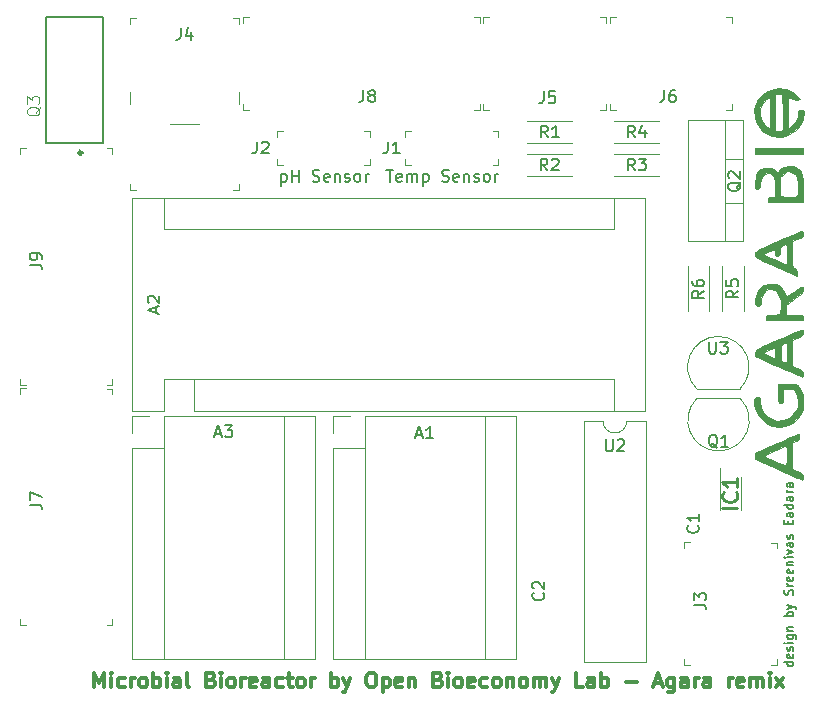
<source format=gbr>
%TF.GenerationSoftware,KiCad,Pcbnew,(5.1.9-0-10_14)*%
%TF.CreationDate,2021-04-17T23:10:34-04:00*%
%TF.ProjectId,BioreactorPCB,42696f72-6561-4637-946f-725043422e6b,rev?*%
%TF.SameCoordinates,Original*%
%TF.FileFunction,Legend,Top*%
%TF.FilePolarity,Positive*%
%FSLAX46Y46*%
G04 Gerber Fmt 4.6, Leading zero omitted, Abs format (unit mm)*
G04 Created by KiCad (PCBNEW (5.1.9-0-10_14)) date 2021-04-17 23:10:34*
%MOMM*%
%LPD*%
G01*
G04 APERTURE LIST*
%ADD10C,0.200000*%
%ADD11C,0.300000*%
%ADD12C,0.150000*%
%ADD13C,0.120000*%
%ADD14C,0.127000*%
%ADD15C,0.010000*%
%ADD16C,0.100000*%
%ADD17C,0.015000*%
%ADD18C,0.254000*%
G04 APERTURE END LIST*
D10*
X97861904Y-70702380D02*
X98433333Y-70702380D01*
X98147619Y-71702380D02*
X98147619Y-70702380D01*
X99147619Y-71654761D02*
X99052380Y-71702380D01*
X98861904Y-71702380D01*
X98766666Y-71654761D01*
X98719047Y-71559523D01*
X98719047Y-71178571D01*
X98766666Y-71083333D01*
X98861904Y-71035714D01*
X99052380Y-71035714D01*
X99147619Y-71083333D01*
X99195238Y-71178571D01*
X99195238Y-71273809D01*
X98719047Y-71369047D01*
X99623809Y-71702380D02*
X99623809Y-71035714D01*
X99623809Y-71130952D02*
X99671428Y-71083333D01*
X99766666Y-71035714D01*
X99909523Y-71035714D01*
X100004761Y-71083333D01*
X100052380Y-71178571D01*
X100052380Y-71702380D01*
X100052380Y-71178571D02*
X100100000Y-71083333D01*
X100195238Y-71035714D01*
X100338095Y-71035714D01*
X100433333Y-71083333D01*
X100480952Y-71178571D01*
X100480952Y-71702380D01*
X100957142Y-71035714D02*
X100957142Y-72035714D01*
X100957142Y-71083333D02*
X101052380Y-71035714D01*
X101242857Y-71035714D01*
X101338095Y-71083333D01*
X101385714Y-71130952D01*
X101433333Y-71226190D01*
X101433333Y-71511904D01*
X101385714Y-71607142D01*
X101338095Y-71654761D01*
X101242857Y-71702380D01*
X101052380Y-71702380D01*
X100957142Y-71654761D01*
X102576190Y-71654761D02*
X102719047Y-71702380D01*
X102957142Y-71702380D01*
X103052380Y-71654761D01*
X103100000Y-71607142D01*
X103147619Y-71511904D01*
X103147619Y-71416666D01*
X103100000Y-71321428D01*
X103052380Y-71273809D01*
X102957142Y-71226190D01*
X102766666Y-71178571D01*
X102671428Y-71130952D01*
X102623809Y-71083333D01*
X102576190Y-70988095D01*
X102576190Y-70892857D01*
X102623809Y-70797619D01*
X102671428Y-70750000D01*
X102766666Y-70702380D01*
X103004761Y-70702380D01*
X103147619Y-70750000D01*
X103957142Y-71654761D02*
X103861904Y-71702380D01*
X103671428Y-71702380D01*
X103576190Y-71654761D01*
X103528571Y-71559523D01*
X103528571Y-71178571D01*
X103576190Y-71083333D01*
X103671428Y-71035714D01*
X103861904Y-71035714D01*
X103957142Y-71083333D01*
X104004761Y-71178571D01*
X104004761Y-71273809D01*
X103528571Y-71369047D01*
X104433333Y-71035714D02*
X104433333Y-71702380D01*
X104433333Y-71130952D02*
X104480952Y-71083333D01*
X104576190Y-71035714D01*
X104719047Y-71035714D01*
X104814285Y-71083333D01*
X104861904Y-71178571D01*
X104861904Y-71702380D01*
X105290476Y-71654761D02*
X105385714Y-71702380D01*
X105576190Y-71702380D01*
X105671428Y-71654761D01*
X105719047Y-71559523D01*
X105719047Y-71511904D01*
X105671428Y-71416666D01*
X105576190Y-71369047D01*
X105433333Y-71369047D01*
X105338095Y-71321428D01*
X105290476Y-71226190D01*
X105290476Y-71178571D01*
X105338095Y-71083333D01*
X105433333Y-71035714D01*
X105576190Y-71035714D01*
X105671428Y-71083333D01*
X106290476Y-71702380D02*
X106195238Y-71654761D01*
X106147619Y-71607142D01*
X106100000Y-71511904D01*
X106100000Y-71226190D01*
X106147619Y-71130952D01*
X106195238Y-71083333D01*
X106290476Y-71035714D01*
X106433333Y-71035714D01*
X106528571Y-71083333D01*
X106576190Y-71130952D01*
X106623809Y-71226190D01*
X106623809Y-71511904D01*
X106576190Y-71607142D01*
X106528571Y-71654761D01*
X106433333Y-71702380D01*
X106290476Y-71702380D01*
X107052380Y-71702380D02*
X107052380Y-71035714D01*
X107052380Y-71226190D02*
X107100000Y-71130952D01*
X107147619Y-71083333D01*
X107242857Y-71035714D01*
X107338095Y-71035714D01*
D11*
X73142857Y-114515476D02*
X73142857Y-113265476D01*
X73559523Y-114158333D01*
X73976190Y-113265476D01*
X73976190Y-114515476D01*
X74571428Y-114515476D02*
X74571428Y-113682142D01*
X74571428Y-113265476D02*
X74511904Y-113325000D01*
X74571428Y-113384523D01*
X74630952Y-113325000D01*
X74571428Y-113265476D01*
X74571428Y-113384523D01*
X75702380Y-114455952D02*
X75583333Y-114515476D01*
X75345238Y-114515476D01*
X75226190Y-114455952D01*
X75166666Y-114396428D01*
X75107142Y-114277380D01*
X75107142Y-113920238D01*
X75166666Y-113801190D01*
X75226190Y-113741666D01*
X75345238Y-113682142D01*
X75583333Y-113682142D01*
X75702380Y-113741666D01*
X76238095Y-114515476D02*
X76238095Y-113682142D01*
X76238095Y-113920238D02*
X76297619Y-113801190D01*
X76357142Y-113741666D01*
X76476190Y-113682142D01*
X76595238Y-113682142D01*
X77190476Y-114515476D02*
X77071428Y-114455952D01*
X77011904Y-114396428D01*
X76952380Y-114277380D01*
X76952380Y-113920238D01*
X77011904Y-113801190D01*
X77071428Y-113741666D01*
X77190476Y-113682142D01*
X77369047Y-113682142D01*
X77488095Y-113741666D01*
X77547619Y-113801190D01*
X77607142Y-113920238D01*
X77607142Y-114277380D01*
X77547619Y-114396428D01*
X77488095Y-114455952D01*
X77369047Y-114515476D01*
X77190476Y-114515476D01*
X78142857Y-114515476D02*
X78142857Y-113265476D01*
X78142857Y-113741666D02*
X78261904Y-113682142D01*
X78500000Y-113682142D01*
X78619047Y-113741666D01*
X78678571Y-113801190D01*
X78738095Y-113920238D01*
X78738095Y-114277380D01*
X78678571Y-114396428D01*
X78619047Y-114455952D01*
X78500000Y-114515476D01*
X78261904Y-114515476D01*
X78142857Y-114455952D01*
X79273809Y-114515476D02*
X79273809Y-113682142D01*
X79273809Y-113265476D02*
X79214285Y-113325000D01*
X79273809Y-113384523D01*
X79333333Y-113325000D01*
X79273809Y-113265476D01*
X79273809Y-113384523D01*
X80404761Y-114515476D02*
X80404761Y-113860714D01*
X80345238Y-113741666D01*
X80226190Y-113682142D01*
X79988095Y-113682142D01*
X79869047Y-113741666D01*
X80404761Y-114455952D02*
X80285714Y-114515476D01*
X79988095Y-114515476D01*
X79869047Y-114455952D01*
X79809523Y-114336904D01*
X79809523Y-114217857D01*
X79869047Y-114098809D01*
X79988095Y-114039285D01*
X80285714Y-114039285D01*
X80404761Y-113979761D01*
X81178571Y-114515476D02*
X81059523Y-114455952D01*
X81000000Y-114336904D01*
X81000000Y-113265476D01*
X83023809Y-113860714D02*
X83202380Y-113920238D01*
X83261904Y-113979761D01*
X83321428Y-114098809D01*
X83321428Y-114277380D01*
X83261904Y-114396428D01*
X83202380Y-114455952D01*
X83083333Y-114515476D01*
X82607142Y-114515476D01*
X82607142Y-113265476D01*
X83023809Y-113265476D01*
X83142857Y-113325000D01*
X83202380Y-113384523D01*
X83261904Y-113503571D01*
X83261904Y-113622619D01*
X83202380Y-113741666D01*
X83142857Y-113801190D01*
X83023809Y-113860714D01*
X82607142Y-113860714D01*
X83857142Y-114515476D02*
X83857142Y-113682142D01*
X83857142Y-113265476D02*
X83797619Y-113325000D01*
X83857142Y-113384523D01*
X83916666Y-113325000D01*
X83857142Y-113265476D01*
X83857142Y-113384523D01*
X84630952Y-114515476D02*
X84511904Y-114455952D01*
X84452380Y-114396428D01*
X84392857Y-114277380D01*
X84392857Y-113920238D01*
X84452380Y-113801190D01*
X84511904Y-113741666D01*
X84630952Y-113682142D01*
X84809523Y-113682142D01*
X84928571Y-113741666D01*
X84988095Y-113801190D01*
X85047619Y-113920238D01*
X85047619Y-114277380D01*
X84988095Y-114396428D01*
X84928571Y-114455952D01*
X84809523Y-114515476D01*
X84630952Y-114515476D01*
X85583333Y-114515476D02*
X85583333Y-113682142D01*
X85583333Y-113920238D02*
X85642857Y-113801190D01*
X85702380Y-113741666D01*
X85821428Y-113682142D01*
X85940476Y-113682142D01*
X86833333Y-114455952D02*
X86714285Y-114515476D01*
X86476190Y-114515476D01*
X86357142Y-114455952D01*
X86297619Y-114336904D01*
X86297619Y-113860714D01*
X86357142Y-113741666D01*
X86476190Y-113682142D01*
X86714285Y-113682142D01*
X86833333Y-113741666D01*
X86892857Y-113860714D01*
X86892857Y-113979761D01*
X86297619Y-114098809D01*
X87964285Y-114515476D02*
X87964285Y-113860714D01*
X87904761Y-113741666D01*
X87785714Y-113682142D01*
X87547619Y-113682142D01*
X87428571Y-113741666D01*
X87964285Y-114455952D02*
X87845238Y-114515476D01*
X87547619Y-114515476D01*
X87428571Y-114455952D01*
X87369047Y-114336904D01*
X87369047Y-114217857D01*
X87428571Y-114098809D01*
X87547619Y-114039285D01*
X87845238Y-114039285D01*
X87964285Y-113979761D01*
X89095238Y-114455952D02*
X88976190Y-114515476D01*
X88738095Y-114515476D01*
X88619047Y-114455952D01*
X88559523Y-114396428D01*
X88500000Y-114277380D01*
X88500000Y-113920238D01*
X88559523Y-113801190D01*
X88619047Y-113741666D01*
X88738095Y-113682142D01*
X88976190Y-113682142D01*
X89095238Y-113741666D01*
X89452380Y-113682142D02*
X89928571Y-113682142D01*
X89630952Y-113265476D02*
X89630952Y-114336904D01*
X89690476Y-114455952D01*
X89809523Y-114515476D01*
X89928571Y-114515476D01*
X90523809Y-114515476D02*
X90404761Y-114455952D01*
X90345238Y-114396428D01*
X90285714Y-114277380D01*
X90285714Y-113920238D01*
X90345238Y-113801190D01*
X90404761Y-113741666D01*
X90523809Y-113682142D01*
X90702380Y-113682142D01*
X90821428Y-113741666D01*
X90880952Y-113801190D01*
X90940476Y-113920238D01*
X90940476Y-114277380D01*
X90880952Y-114396428D01*
X90821428Y-114455952D01*
X90702380Y-114515476D01*
X90523809Y-114515476D01*
X91476190Y-114515476D02*
X91476190Y-113682142D01*
X91476190Y-113920238D02*
X91535714Y-113801190D01*
X91595238Y-113741666D01*
X91714285Y-113682142D01*
X91833333Y-113682142D01*
X93202380Y-114515476D02*
X93202380Y-113265476D01*
X93202380Y-113741666D02*
X93321428Y-113682142D01*
X93559523Y-113682142D01*
X93678571Y-113741666D01*
X93738095Y-113801190D01*
X93797619Y-113920238D01*
X93797619Y-114277380D01*
X93738095Y-114396428D01*
X93678571Y-114455952D01*
X93559523Y-114515476D01*
X93321428Y-114515476D01*
X93202380Y-114455952D01*
X94214285Y-113682142D02*
X94511904Y-114515476D01*
X94809523Y-113682142D02*
X94511904Y-114515476D01*
X94392857Y-114813095D01*
X94333333Y-114872619D01*
X94214285Y-114932142D01*
X96476190Y-113265476D02*
X96714285Y-113265476D01*
X96833333Y-113325000D01*
X96952380Y-113444047D01*
X97011904Y-113682142D01*
X97011904Y-114098809D01*
X96952380Y-114336904D01*
X96833333Y-114455952D01*
X96714285Y-114515476D01*
X96476190Y-114515476D01*
X96357142Y-114455952D01*
X96238095Y-114336904D01*
X96178571Y-114098809D01*
X96178571Y-113682142D01*
X96238095Y-113444047D01*
X96357142Y-113325000D01*
X96476190Y-113265476D01*
X97547619Y-113682142D02*
X97547619Y-114932142D01*
X97547619Y-113741666D02*
X97666666Y-113682142D01*
X97904761Y-113682142D01*
X98023809Y-113741666D01*
X98083333Y-113801190D01*
X98142857Y-113920238D01*
X98142857Y-114277380D01*
X98083333Y-114396428D01*
X98023809Y-114455952D01*
X97904761Y-114515476D01*
X97666666Y-114515476D01*
X97547619Y-114455952D01*
X99154761Y-114455952D02*
X99035714Y-114515476D01*
X98797619Y-114515476D01*
X98678571Y-114455952D01*
X98619047Y-114336904D01*
X98619047Y-113860714D01*
X98678571Y-113741666D01*
X98797619Y-113682142D01*
X99035714Y-113682142D01*
X99154761Y-113741666D01*
X99214285Y-113860714D01*
X99214285Y-113979761D01*
X98619047Y-114098809D01*
X99749999Y-113682142D02*
X99749999Y-114515476D01*
X99749999Y-113801190D02*
X99809523Y-113741666D01*
X99928571Y-113682142D01*
X100107142Y-113682142D01*
X100226190Y-113741666D01*
X100285714Y-113860714D01*
X100285714Y-114515476D01*
X102249999Y-113860714D02*
X102428571Y-113920238D01*
X102488095Y-113979761D01*
X102547619Y-114098809D01*
X102547619Y-114277380D01*
X102488095Y-114396428D01*
X102428571Y-114455952D01*
X102309523Y-114515476D01*
X101833333Y-114515476D01*
X101833333Y-113265476D01*
X102249999Y-113265476D01*
X102369047Y-113325000D01*
X102428571Y-113384523D01*
X102488095Y-113503571D01*
X102488095Y-113622619D01*
X102428571Y-113741666D01*
X102369047Y-113801190D01*
X102249999Y-113860714D01*
X101833333Y-113860714D01*
X103083333Y-114515476D02*
X103083333Y-113682142D01*
X103083333Y-113265476D02*
X103023809Y-113325000D01*
X103083333Y-113384523D01*
X103142857Y-113325000D01*
X103083333Y-113265476D01*
X103083333Y-113384523D01*
X103857142Y-114515476D02*
X103738095Y-114455952D01*
X103678571Y-114396428D01*
X103619047Y-114277380D01*
X103619047Y-113920238D01*
X103678571Y-113801190D01*
X103738095Y-113741666D01*
X103857142Y-113682142D01*
X104035714Y-113682142D01*
X104154761Y-113741666D01*
X104214285Y-113801190D01*
X104273809Y-113920238D01*
X104273809Y-114277380D01*
X104214285Y-114396428D01*
X104154761Y-114455952D01*
X104035714Y-114515476D01*
X103857142Y-114515476D01*
X105285714Y-114455952D02*
X105166666Y-114515476D01*
X104928571Y-114515476D01*
X104809523Y-114455952D01*
X104749999Y-114336904D01*
X104749999Y-113860714D01*
X104809523Y-113741666D01*
X104928571Y-113682142D01*
X105166666Y-113682142D01*
X105285714Y-113741666D01*
X105345238Y-113860714D01*
X105345238Y-113979761D01*
X104749999Y-114098809D01*
X106416666Y-114455952D02*
X106297619Y-114515476D01*
X106059523Y-114515476D01*
X105940476Y-114455952D01*
X105880952Y-114396428D01*
X105821428Y-114277380D01*
X105821428Y-113920238D01*
X105880952Y-113801190D01*
X105940476Y-113741666D01*
X106059523Y-113682142D01*
X106297619Y-113682142D01*
X106416666Y-113741666D01*
X107130952Y-114515476D02*
X107011904Y-114455952D01*
X106952380Y-114396428D01*
X106892857Y-114277380D01*
X106892857Y-113920238D01*
X106952380Y-113801190D01*
X107011904Y-113741666D01*
X107130952Y-113682142D01*
X107309523Y-113682142D01*
X107428571Y-113741666D01*
X107488095Y-113801190D01*
X107547619Y-113920238D01*
X107547619Y-114277380D01*
X107488095Y-114396428D01*
X107428571Y-114455952D01*
X107309523Y-114515476D01*
X107130952Y-114515476D01*
X108083333Y-113682142D02*
X108083333Y-114515476D01*
X108083333Y-113801190D02*
X108142857Y-113741666D01*
X108261904Y-113682142D01*
X108440476Y-113682142D01*
X108559523Y-113741666D01*
X108619047Y-113860714D01*
X108619047Y-114515476D01*
X109392857Y-114515476D02*
X109273809Y-114455952D01*
X109214285Y-114396428D01*
X109154761Y-114277380D01*
X109154761Y-113920238D01*
X109214285Y-113801190D01*
X109273809Y-113741666D01*
X109392857Y-113682142D01*
X109571428Y-113682142D01*
X109690476Y-113741666D01*
X109749999Y-113801190D01*
X109809523Y-113920238D01*
X109809523Y-114277380D01*
X109749999Y-114396428D01*
X109690476Y-114455952D01*
X109571428Y-114515476D01*
X109392857Y-114515476D01*
X110345238Y-114515476D02*
X110345238Y-113682142D01*
X110345238Y-113801190D02*
X110404761Y-113741666D01*
X110523809Y-113682142D01*
X110702380Y-113682142D01*
X110821428Y-113741666D01*
X110880952Y-113860714D01*
X110880952Y-114515476D01*
X110880952Y-113860714D02*
X110940476Y-113741666D01*
X111059523Y-113682142D01*
X111238095Y-113682142D01*
X111357142Y-113741666D01*
X111416666Y-113860714D01*
X111416666Y-114515476D01*
X111892857Y-113682142D02*
X112190476Y-114515476D01*
X112488095Y-113682142D02*
X112190476Y-114515476D01*
X112071428Y-114813095D01*
X112011904Y-114872619D01*
X111892857Y-114932142D01*
X114511904Y-114515476D02*
X113916666Y-114515476D01*
X113916666Y-113265476D01*
X115464285Y-114515476D02*
X115464285Y-113860714D01*
X115404761Y-113741666D01*
X115285714Y-113682142D01*
X115047619Y-113682142D01*
X114928571Y-113741666D01*
X115464285Y-114455952D02*
X115345238Y-114515476D01*
X115047619Y-114515476D01*
X114928571Y-114455952D01*
X114869047Y-114336904D01*
X114869047Y-114217857D01*
X114928571Y-114098809D01*
X115047619Y-114039285D01*
X115345238Y-114039285D01*
X115464285Y-113979761D01*
X116059523Y-114515476D02*
X116059523Y-113265476D01*
X116059523Y-113741666D02*
X116178571Y-113682142D01*
X116416666Y-113682142D01*
X116535714Y-113741666D01*
X116595238Y-113801190D01*
X116654761Y-113920238D01*
X116654761Y-114277380D01*
X116595238Y-114396428D01*
X116535714Y-114455952D01*
X116416666Y-114515476D01*
X116178571Y-114515476D01*
X116059523Y-114455952D01*
X118142857Y-114039285D02*
X119095238Y-114039285D01*
X120583333Y-114158333D02*
X121178571Y-114158333D01*
X120464285Y-114515476D02*
X120880952Y-113265476D01*
X121297619Y-114515476D01*
X122250000Y-113682142D02*
X122250000Y-114694047D01*
X122190476Y-114813095D01*
X122130952Y-114872619D01*
X122011904Y-114932142D01*
X121833333Y-114932142D01*
X121714285Y-114872619D01*
X122250000Y-114455952D02*
X122130952Y-114515476D01*
X121892857Y-114515476D01*
X121773809Y-114455952D01*
X121714285Y-114396428D01*
X121654761Y-114277380D01*
X121654761Y-113920238D01*
X121714285Y-113801190D01*
X121773809Y-113741666D01*
X121892857Y-113682142D01*
X122130952Y-113682142D01*
X122250000Y-113741666D01*
X123380952Y-114515476D02*
X123380952Y-113860714D01*
X123321428Y-113741666D01*
X123202380Y-113682142D01*
X122964285Y-113682142D01*
X122845238Y-113741666D01*
X123380952Y-114455952D02*
X123261904Y-114515476D01*
X122964285Y-114515476D01*
X122845238Y-114455952D01*
X122785714Y-114336904D01*
X122785714Y-114217857D01*
X122845238Y-114098809D01*
X122964285Y-114039285D01*
X123261904Y-114039285D01*
X123380952Y-113979761D01*
X123976190Y-114515476D02*
X123976190Y-113682142D01*
X123976190Y-113920238D02*
X124035714Y-113801190D01*
X124095238Y-113741666D01*
X124214285Y-113682142D01*
X124333333Y-113682142D01*
X125285714Y-114515476D02*
X125285714Y-113860714D01*
X125226190Y-113741666D01*
X125107142Y-113682142D01*
X124869047Y-113682142D01*
X124749999Y-113741666D01*
X125285714Y-114455952D02*
X125166666Y-114515476D01*
X124869047Y-114515476D01*
X124749999Y-114455952D01*
X124690476Y-114336904D01*
X124690476Y-114217857D01*
X124749999Y-114098809D01*
X124869047Y-114039285D01*
X125166666Y-114039285D01*
X125285714Y-113979761D01*
X126833333Y-114515476D02*
X126833333Y-113682142D01*
X126833333Y-113920238D02*
X126892857Y-113801190D01*
X126952380Y-113741666D01*
X127071428Y-113682142D01*
X127190476Y-113682142D01*
X128083333Y-114455952D02*
X127964285Y-114515476D01*
X127726190Y-114515476D01*
X127607142Y-114455952D01*
X127547619Y-114336904D01*
X127547619Y-113860714D01*
X127607142Y-113741666D01*
X127726190Y-113682142D01*
X127964285Y-113682142D01*
X128083333Y-113741666D01*
X128142857Y-113860714D01*
X128142857Y-113979761D01*
X127547619Y-114098809D01*
X128678571Y-114515476D02*
X128678571Y-113682142D01*
X128678571Y-113801190D02*
X128738095Y-113741666D01*
X128857142Y-113682142D01*
X129035714Y-113682142D01*
X129154761Y-113741666D01*
X129214285Y-113860714D01*
X129214285Y-114515476D01*
X129214285Y-113860714D02*
X129273809Y-113741666D01*
X129392857Y-113682142D01*
X129571428Y-113682142D01*
X129690476Y-113741666D01*
X129750000Y-113860714D01*
X129750000Y-114515476D01*
X130345238Y-114515476D02*
X130345238Y-113682142D01*
X130345238Y-113265476D02*
X130285714Y-113325000D01*
X130345238Y-113384523D01*
X130404761Y-113325000D01*
X130345238Y-113265476D01*
X130345238Y-113384523D01*
X130821428Y-114515476D02*
X131476190Y-113682142D01*
X130821428Y-113682142D02*
X131476190Y-114515476D01*
D12*
X132289285Y-112360714D02*
X131539285Y-112360714D01*
X132253571Y-112360714D02*
X132289285Y-112432142D01*
X132289285Y-112575000D01*
X132253571Y-112646428D01*
X132217857Y-112682142D01*
X132146428Y-112717857D01*
X131932142Y-112717857D01*
X131860714Y-112682142D01*
X131825000Y-112646428D01*
X131789285Y-112575000D01*
X131789285Y-112432142D01*
X131825000Y-112360714D01*
X132253571Y-111717857D02*
X132289285Y-111789285D01*
X132289285Y-111932142D01*
X132253571Y-112003571D01*
X132182142Y-112039285D01*
X131896428Y-112039285D01*
X131825000Y-112003571D01*
X131789285Y-111932142D01*
X131789285Y-111789285D01*
X131825000Y-111717857D01*
X131896428Y-111682142D01*
X131967857Y-111682142D01*
X132039285Y-112039285D01*
X132253571Y-111396428D02*
X132289285Y-111325000D01*
X132289285Y-111182142D01*
X132253571Y-111110714D01*
X132182142Y-111075000D01*
X132146428Y-111075000D01*
X132075000Y-111110714D01*
X132039285Y-111182142D01*
X132039285Y-111289285D01*
X132003571Y-111360714D01*
X131932142Y-111396428D01*
X131896428Y-111396428D01*
X131825000Y-111360714D01*
X131789285Y-111289285D01*
X131789285Y-111182142D01*
X131825000Y-111110714D01*
X132289285Y-110753571D02*
X131789285Y-110753571D01*
X131539285Y-110753571D02*
X131575000Y-110789285D01*
X131610714Y-110753571D01*
X131575000Y-110717857D01*
X131539285Y-110753571D01*
X131610714Y-110753571D01*
X131789285Y-110075000D02*
X132396428Y-110075000D01*
X132467857Y-110110714D01*
X132503571Y-110146428D01*
X132539285Y-110217857D01*
X132539285Y-110325000D01*
X132503571Y-110396428D01*
X132253571Y-110075000D02*
X132289285Y-110146428D01*
X132289285Y-110289285D01*
X132253571Y-110360714D01*
X132217857Y-110396428D01*
X132146428Y-110432142D01*
X131932142Y-110432142D01*
X131860714Y-110396428D01*
X131825000Y-110360714D01*
X131789285Y-110289285D01*
X131789285Y-110146428D01*
X131825000Y-110075000D01*
X131789285Y-109717857D02*
X132289285Y-109717857D01*
X131860714Y-109717857D02*
X131825000Y-109682142D01*
X131789285Y-109610714D01*
X131789285Y-109503571D01*
X131825000Y-109432142D01*
X131896428Y-109396428D01*
X132289285Y-109396428D01*
X132289285Y-108467857D02*
X131539285Y-108467857D01*
X131825000Y-108467857D02*
X131789285Y-108396428D01*
X131789285Y-108253571D01*
X131825000Y-108182142D01*
X131860714Y-108146428D01*
X131932142Y-108110714D01*
X132146428Y-108110714D01*
X132217857Y-108146428D01*
X132253571Y-108182142D01*
X132289285Y-108253571D01*
X132289285Y-108396428D01*
X132253571Y-108467857D01*
X131789285Y-107860714D02*
X132289285Y-107682142D01*
X131789285Y-107503571D02*
X132289285Y-107682142D01*
X132467857Y-107753571D01*
X132503571Y-107789285D01*
X132539285Y-107860714D01*
X132253571Y-106682142D02*
X132289285Y-106575000D01*
X132289285Y-106396428D01*
X132253571Y-106325000D01*
X132217857Y-106289285D01*
X132146428Y-106253571D01*
X132075000Y-106253571D01*
X132003571Y-106289285D01*
X131967857Y-106325000D01*
X131932142Y-106396428D01*
X131896428Y-106539285D01*
X131860714Y-106610714D01*
X131825000Y-106646428D01*
X131753571Y-106682142D01*
X131682142Y-106682142D01*
X131610714Y-106646428D01*
X131575000Y-106610714D01*
X131539285Y-106539285D01*
X131539285Y-106360714D01*
X131575000Y-106253571D01*
X132289285Y-105932142D02*
X131789285Y-105932142D01*
X131932142Y-105932142D02*
X131860714Y-105896428D01*
X131825000Y-105860714D01*
X131789285Y-105789285D01*
X131789285Y-105717857D01*
X132253571Y-105182142D02*
X132289285Y-105253571D01*
X132289285Y-105396428D01*
X132253571Y-105467857D01*
X132182142Y-105503571D01*
X131896428Y-105503571D01*
X131825000Y-105467857D01*
X131789285Y-105396428D01*
X131789285Y-105253571D01*
X131825000Y-105182142D01*
X131896428Y-105146428D01*
X131967857Y-105146428D01*
X132039285Y-105503571D01*
X132253571Y-104539285D02*
X132289285Y-104610714D01*
X132289285Y-104753571D01*
X132253571Y-104825000D01*
X132182142Y-104860714D01*
X131896428Y-104860714D01*
X131825000Y-104825000D01*
X131789285Y-104753571D01*
X131789285Y-104610714D01*
X131825000Y-104539285D01*
X131896428Y-104503571D01*
X131967857Y-104503571D01*
X132039285Y-104860714D01*
X131789285Y-104182142D02*
X132289285Y-104182142D01*
X131860714Y-104182142D02*
X131825000Y-104146428D01*
X131789285Y-104075000D01*
X131789285Y-103967857D01*
X131825000Y-103896428D01*
X131896428Y-103860714D01*
X132289285Y-103860714D01*
X132289285Y-103503571D02*
X131789285Y-103503571D01*
X131539285Y-103503571D02*
X131575000Y-103539285D01*
X131610714Y-103503571D01*
X131575000Y-103467857D01*
X131539285Y-103503571D01*
X131610714Y-103503571D01*
X131789285Y-103217857D02*
X132289285Y-103039285D01*
X131789285Y-102860714D01*
X132289285Y-102253571D02*
X131896428Y-102253571D01*
X131825000Y-102289285D01*
X131789285Y-102360714D01*
X131789285Y-102503571D01*
X131825000Y-102575000D01*
X132253571Y-102253571D02*
X132289285Y-102325000D01*
X132289285Y-102503571D01*
X132253571Y-102575000D01*
X132182142Y-102610714D01*
X132110714Y-102610714D01*
X132039285Y-102575000D01*
X132003571Y-102503571D01*
X132003571Y-102325000D01*
X131967857Y-102253571D01*
X132253571Y-101932142D02*
X132289285Y-101860714D01*
X132289285Y-101717857D01*
X132253571Y-101646428D01*
X132182142Y-101610714D01*
X132146428Y-101610714D01*
X132075000Y-101646428D01*
X132039285Y-101717857D01*
X132039285Y-101825000D01*
X132003571Y-101896428D01*
X131932142Y-101932142D01*
X131896428Y-101932142D01*
X131825000Y-101896428D01*
X131789285Y-101825000D01*
X131789285Y-101717857D01*
X131825000Y-101646428D01*
X131896428Y-100717857D02*
X131896428Y-100467857D01*
X132289285Y-100360714D02*
X132289285Y-100717857D01*
X131539285Y-100717857D01*
X131539285Y-100360714D01*
X132289285Y-99717857D02*
X131896428Y-99717857D01*
X131825000Y-99753571D01*
X131789285Y-99825000D01*
X131789285Y-99967857D01*
X131825000Y-100039285D01*
X132253571Y-99717857D02*
X132289285Y-99789285D01*
X132289285Y-99967857D01*
X132253571Y-100039285D01*
X132182142Y-100075000D01*
X132110714Y-100075000D01*
X132039285Y-100039285D01*
X132003571Y-99967857D01*
X132003571Y-99789285D01*
X131967857Y-99717857D01*
X132289285Y-99039285D02*
X131539285Y-99039285D01*
X132253571Y-99039285D02*
X132289285Y-99110714D01*
X132289285Y-99253571D01*
X132253571Y-99325000D01*
X132217857Y-99360714D01*
X132146428Y-99396428D01*
X131932142Y-99396428D01*
X131860714Y-99360714D01*
X131825000Y-99325000D01*
X131789285Y-99253571D01*
X131789285Y-99110714D01*
X131825000Y-99039285D01*
X132289285Y-98360714D02*
X131896428Y-98360714D01*
X131825000Y-98396428D01*
X131789285Y-98467857D01*
X131789285Y-98610714D01*
X131825000Y-98682142D01*
X132253571Y-98360714D02*
X132289285Y-98432142D01*
X132289285Y-98610714D01*
X132253571Y-98682142D01*
X132182142Y-98717857D01*
X132110714Y-98717857D01*
X132039285Y-98682142D01*
X132003571Y-98610714D01*
X132003571Y-98432142D01*
X131967857Y-98360714D01*
X132289285Y-98003571D02*
X131789285Y-98003571D01*
X131932142Y-98003571D02*
X131860714Y-97967857D01*
X131825000Y-97932142D01*
X131789285Y-97860714D01*
X131789285Y-97789285D01*
X132289285Y-97217857D02*
X131896428Y-97217857D01*
X131825000Y-97253571D01*
X131789285Y-97325000D01*
X131789285Y-97467857D01*
X131825000Y-97539285D01*
X132253571Y-97217857D02*
X132289285Y-97289285D01*
X132289285Y-97467857D01*
X132253571Y-97539285D01*
X132182142Y-97575000D01*
X132110714Y-97575000D01*
X132039285Y-97539285D01*
X132003571Y-97467857D01*
X132003571Y-97289285D01*
X131967857Y-97217857D01*
D10*
X88957142Y-71035714D02*
X88957142Y-72035714D01*
X88957142Y-71083333D02*
X89052380Y-71035714D01*
X89242857Y-71035714D01*
X89338095Y-71083333D01*
X89385714Y-71130952D01*
X89433333Y-71226190D01*
X89433333Y-71511904D01*
X89385714Y-71607142D01*
X89338095Y-71654761D01*
X89242857Y-71702380D01*
X89052380Y-71702380D01*
X88957142Y-71654761D01*
X89861904Y-71702380D02*
X89861904Y-70702380D01*
X89861904Y-71178571D02*
X90433333Y-71178571D01*
X90433333Y-71702380D02*
X90433333Y-70702380D01*
X91623809Y-71654761D02*
X91766666Y-71702380D01*
X92004761Y-71702380D01*
X92100000Y-71654761D01*
X92147619Y-71607142D01*
X92195238Y-71511904D01*
X92195238Y-71416666D01*
X92147619Y-71321428D01*
X92100000Y-71273809D01*
X92004761Y-71226190D01*
X91814285Y-71178571D01*
X91719047Y-71130952D01*
X91671428Y-71083333D01*
X91623809Y-70988095D01*
X91623809Y-70892857D01*
X91671428Y-70797619D01*
X91719047Y-70750000D01*
X91814285Y-70702380D01*
X92052380Y-70702380D01*
X92195238Y-70750000D01*
X93004761Y-71654761D02*
X92909523Y-71702380D01*
X92719047Y-71702380D01*
X92623809Y-71654761D01*
X92576190Y-71559523D01*
X92576190Y-71178571D01*
X92623809Y-71083333D01*
X92719047Y-71035714D01*
X92909523Y-71035714D01*
X93004761Y-71083333D01*
X93052380Y-71178571D01*
X93052380Y-71273809D01*
X92576190Y-71369047D01*
X93480952Y-71035714D02*
X93480952Y-71702380D01*
X93480952Y-71130952D02*
X93528571Y-71083333D01*
X93623809Y-71035714D01*
X93766666Y-71035714D01*
X93861904Y-71083333D01*
X93909523Y-71178571D01*
X93909523Y-71702380D01*
X94338095Y-71654761D02*
X94433333Y-71702380D01*
X94623809Y-71702380D01*
X94719047Y-71654761D01*
X94766666Y-71559523D01*
X94766666Y-71511904D01*
X94719047Y-71416666D01*
X94623809Y-71369047D01*
X94480952Y-71369047D01*
X94385714Y-71321428D01*
X94338095Y-71226190D01*
X94338095Y-71178571D01*
X94385714Y-71083333D01*
X94480952Y-71035714D01*
X94623809Y-71035714D01*
X94719047Y-71083333D01*
X95338095Y-71702380D02*
X95242857Y-71654761D01*
X95195238Y-71607142D01*
X95147619Y-71511904D01*
X95147619Y-71226190D01*
X95195238Y-71130952D01*
X95242857Y-71083333D01*
X95338095Y-71035714D01*
X95480952Y-71035714D01*
X95576190Y-71083333D01*
X95623809Y-71130952D01*
X95671428Y-71226190D01*
X95671428Y-71511904D01*
X95623809Y-71607142D01*
X95576190Y-71654761D01*
X95480952Y-71702380D01*
X95338095Y-71702380D01*
X96100000Y-71702380D02*
X96100000Y-71035714D01*
X96100000Y-71226190D02*
X96147619Y-71130952D01*
X96195238Y-71083333D01*
X96290476Y-71035714D01*
X96385714Y-71035714D01*
D13*
%TO.C,A2*%
X76360000Y-73060000D02*
X76360000Y-91100000D01*
X119800000Y-73060000D02*
X76360000Y-73060000D01*
X119800000Y-91100000D02*
X119800000Y-73060000D01*
X117130000Y-88430000D02*
X117130000Y-91100000D01*
X81570000Y-88430000D02*
X117130000Y-88430000D01*
X81570000Y-88430000D02*
X81570000Y-91100000D01*
X117130000Y-75730000D02*
X117130000Y-73060000D01*
X79030000Y-75730000D02*
X117130000Y-75730000D01*
X79030000Y-75730000D02*
X79030000Y-73060000D01*
X76360000Y-91100000D02*
X79030000Y-91100000D01*
X81570000Y-91100000D02*
X119800000Y-91100000D01*
X79030000Y-88430000D02*
X79030000Y-91100000D01*
X81570000Y-88430000D02*
X79030000Y-88430000D01*
D14*
%TO.C,Q3*%
X69005000Y-68450000D02*
X69005000Y-57770000D01*
X69005000Y-57770000D02*
X73835000Y-57770000D01*
X73835000Y-68450000D02*
X69005000Y-68450000D01*
X73835000Y-57770000D02*
X73835000Y-68450000D01*
D11*
X72091419Y-69250000D02*
G75*
G03*
X72091419Y-69250000I-141419J0D01*
G01*
D13*
%TO.C,R4*%
X120980000Y-68420000D02*
X117140000Y-68420000D01*
X120980000Y-66580000D02*
X117140000Y-66580000D01*
%TO.C,R3*%
X120980000Y-71220000D02*
X117140000Y-71220000D01*
X120980000Y-69380000D02*
X117140000Y-69380000D01*
%TO.C,R2*%
X113580000Y-71220000D02*
X109740000Y-71220000D01*
X113580000Y-69380000D02*
X109740000Y-69380000D01*
%TO.C,R1*%
X109770000Y-66580000D02*
X113610000Y-66580000D01*
X109770000Y-68420000D02*
X113610000Y-68420000D01*
D15*
%TO.C,G\u002A\u002A\u002A*%
G36*
X129072625Y-90024089D02*
G01*
X129225735Y-89923058D01*
X129286394Y-89917333D01*
X129407681Y-89931857D01*
X129468472Y-90004083D01*
X129489371Y-90176993D01*
X129491333Y-90344871D01*
X129568427Y-90846130D01*
X129798963Y-91276559D01*
X130181827Y-91634505D01*
X130481962Y-91812667D01*
X130895593Y-91932059D01*
X131341361Y-91911167D01*
X131782218Y-91764261D01*
X132181113Y-91505612D01*
X132500996Y-91149489D01*
X132589226Y-91001038D01*
X132684312Y-90676665D01*
X132697252Y-90272336D01*
X132630405Y-89854838D01*
X132539600Y-89595335D01*
X132374251Y-89231003D01*
X131927626Y-89256668D01*
X131481000Y-89282333D01*
X131455965Y-89853833D01*
X131438750Y-90156884D01*
X131410350Y-90328103D01*
X131355509Y-90404943D01*
X131258967Y-90424857D01*
X131223132Y-90425333D01*
X131126863Y-90419318D01*
X131066147Y-90380127D01*
X131032791Y-90276046D01*
X131018602Y-90075359D01*
X131015384Y-89746352D01*
X131015334Y-89621000D01*
X131015334Y-88816666D01*
X131806545Y-88816666D01*
X132197714Y-88822250D01*
X132456217Y-88842958D01*
X132618470Y-88884725D01*
X132720890Y-88953486D01*
X132734649Y-88967932D01*
X132953311Y-89314268D01*
X133101943Y-89762929D01*
X133170040Y-90257711D01*
X133147094Y-90742414D01*
X133103949Y-90943398D01*
X132879739Y-91457420D01*
X132538741Y-91872448D01*
X132107776Y-92179215D01*
X131613662Y-92368453D01*
X131083219Y-92430896D01*
X130543267Y-92357276D01*
X130020625Y-92138326D01*
X129888147Y-92054586D01*
X129625619Y-91822286D01*
X129398389Y-91523217D01*
X129214483Y-91185886D01*
X129081927Y-90838801D01*
X129008748Y-90510468D01*
X129002972Y-90229395D01*
X129072625Y-90024089D01*
G37*
X129072625Y-90024089D02*
X129225735Y-89923058D01*
X129286394Y-89917333D01*
X129407681Y-89931857D01*
X129468472Y-90004083D01*
X129489371Y-90176993D01*
X129491333Y-90344871D01*
X129568427Y-90846130D01*
X129798963Y-91276559D01*
X130181827Y-91634505D01*
X130481962Y-91812667D01*
X130895593Y-91932059D01*
X131341361Y-91911167D01*
X131782218Y-91764261D01*
X132181113Y-91505612D01*
X132500996Y-91149489D01*
X132589226Y-91001038D01*
X132684312Y-90676665D01*
X132697252Y-90272336D01*
X132630405Y-89854838D01*
X132539600Y-89595335D01*
X132374251Y-89231003D01*
X131927626Y-89256668D01*
X131481000Y-89282333D01*
X131455965Y-89853833D01*
X131438750Y-90156884D01*
X131410350Y-90328103D01*
X131355509Y-90404943D01*
X131258967Y-90424857D01*
X131223132Y-90425333D01*
X131126863Y-90419318D01*
X131066147Y-90380127D01*
X131032791Y-90276046D01*
X131018602Y-90075359D01*
X131015384Y-89746352D01*
X131015334Y-89621000D01*
X131015334Y-88816666D01*
X131806545Y-88816666D01*
X132197714Y-88822250D01*
X132456217Y-88842958D01*
X132618470Y-88884725D01*
X132720890Y-88953486D01*
X132734649Y-88967932D01*
X132953311Y-89314268D01*
X133101943Y-89762929D01*
X133170040Y-90257711D01*
X133147094Y-90742414D01*
X133103949Y-90943398D01*
X132879739Y-91457420D01*
X132538741Y-91872448D01*
X132107776Y-92179215D01*
X131613662Y-92368453D01*
X131083219Y-92430896D01*
X130543267Y-92357276D01*
X130020625Y-92138326D01*
X129888147Y-92054586D01*
X129625619Y-91822286D01*
X129398389Y-91523217D01*
X129214483Y-91185886D01*
X129081927Y-90838801D01*
X129008748Y-90510468D01*
X129002972Y-90229395D01*
X129072625Y-90024089D01*
G36*
X129137523Y-65163572D02*
G01*
X129368097Y-64712373D01*
X129705443Y-64328472D01*
X130138530Y-64035234D01*
X130656327Y-63856023D01*
X131091767Y-63810514D01*
X131454067Y-63823505D01*
X131737231Y-63883994D01*
X132029377Y-64013050D01*
X132102596Y-64052185D01*
X132380070Y-64223825D01*
X132617291Y-64405684D01*
X132724878Y-64513848D01*
X132894896Y-64729000D01*
X132594534Y-64755014D01*
X132285696Y-64726748D01*
X132078086Y-64639443D01*
X131862000Y-64497858D01*
X131862000Y-67230570D01*
X132077137Y-67089607D01*
X132313621Y-66862667D01*
X132526221Y-66537086D01*
X132676030Y-66182887D01*
X132724589Y-65924301D01*
X132746586Y-65720198D01*
X132819078Y-65634871D01*
X132976385Y-65618000D01*
X133124395Y-65641105D01*
X133199559Y-65728473D01*
X133206006Y-65907180D01*
X133147863Y-66204302D01*
X133096256Y-66404258D01*
X132881397Y-66908727D01*
X132551641Y-67315635D01*
X132134463Y-67619095D01*
X131657338Y-67813220D01*
X131147741Y-67892123D01*
X131041646Y-67883422D01*
X131041646Y-67396000D01*
X131252171Y-67380074D01*
X131379843Y-67341366D01*
X131384111Y-67337667D01*
X131401786Y-67237919D01*
X131414673Y-66997358D01*
X131422124Y-66644452D01*
X131423488Y-66207673D01*
X131419389Y-65792500D01*
X131396334Y-64305666D01*
X130803667Y-64305666D01*
X130780590Y-65850833D01*
X130757514Y-67396000D01*
X131041646Y-67396000D01*
X131041646Y-67883422D01*
X130633147Y-67849917D01*
X130290101Y-67731968D01*
X130290101Y-67142000D01*
X130306516Y-67062134D01*
X130320507Y-66841731D01*
X130331023Y-66509581D01*
X130337014Y-66094473D01*
X130338000Y-65829666D01*
X130333858Y-65379930D01*
X130322429Y-64996609D01*
X130305204Y-64708492D01*
X130283677Y-64544369D01*
X130269942Y-64517333D01*
X130166814Y-64577786D01*
X130003907Y-64729440D01*
X129822655Y-64927743D01*
X129664493Y-65128140D01*
X129586160Y-65252600D01*
X129496226Y-65582836D01*
X129503539Y-65981808D01*
X129602292Y-66383885D01*
X129705657Y-66603837D01*
X129913039Y-66894233D01*
X130125306Y-67083514D01*
X130290101Y-67142000D01*
X130290101Y-67731968D01*
X130141030Y-67680713D01*
X129698866Y-67378625D01*
X129503592Y-67174088D01*
X129196757Y-66687329D01*
X129040822Y-66174414D01*
X129024755Y-65658707D01*
X129137523Y-65163572D01*
G37*
X129137523Y-65163572D02*
X129368097Y-64712373D01*
X129705443Y-64328472D01*
X130138530Y-64035234D01*
X130656327Y-63856023D01*
X131091767Y-63810514D01*
X131454067Y-63823505D01*
X131737231Y-63883994D01*
X132029377Y-64013050D01*
X132102596Y-64052185D01*
X132380070Y-64223825D01*
X132617291Y-64405684D01*
X132724878Y-64513848D01*
X132894896Y-64729000D01*
X132594534Y-64755014D01*
X132285696Y-64726748D01*
X132078086Y-64639443D01*
X131862000Y-64497858D01*
X131862000Y-67230570D01*
X132077137Y-67089607D01*
X132313621Y-66862667D01*
X132526221Y-66537086D01*
X132676030Y-66182887D01*
X132724589Y-65924301D01*
X132746586Y-65720198D01*
X132819078Y-65634871D01*
X132976385Y-65618000D01*
X133124395Y-65641105D01*
X133199559Y-65728473D01*
X133206006Y-65907180D01*
X133147863Y-66204302D01*
X133096256Y-66404258D01*
X132881397Y-66908727D01*
X132551641Y-67315635D01*
X132134463Y-67619095D01*
X131657338Y-67813220D01*
X131147741Y-67892123D01*
X131041646Y-67883422D01*
X131041646Y-67396000D01*
X131252171Y-67380074D01*
X131379843Y-67341366D01*
X131384111Y-67337667D01*
X131401786Y-67237919D01*
X131414673Y-66997358D01*
X131422124Y-66644452D01*
X131423488Y-66207673D01*
X131419389Y-65792500D01*
X131396334Y-64305666D01*
X130803667Y-64305666D01*
X130780590Y-65850833D01*
X130757514Y-67396000D01*
X131041646Y-67396000D01*
X131041646Y-67883422D01*
X130633147Y-67849917D01*
X130290101Y-67731968D01*
X130290101Y-67142000D01*
X130306516Y-67062134D01*
X130320507Y-66841731D01*
X130331023Y-66509581D01*
X130337014Y-66094473D01*
X130338000Y-65829666D01*
X130333858Y-65379930D01*
X130322429Y-64996609D01*
X130305204Y-64708492D01*
X130283677Y-64544369D01*
X130269942Y-64517333D01*
X130166814Y-64577786D01*
X130003907Y-64729440D01*
X129822655Y-64927743D01*
X129664493Y-65128140D01*
X129586160Y-65252600D01*
X129496226Y-65582836D01*
X129503539Y-65981808D01*
X129602292Y-66383885D01*
X129705657Y-66603837D01*
X129913039Y-66894233D01*
X130125306Y-67083514D01*
X130290101Y-67142000D01*
X130290101Y-67731968D01*
X130141030Y-67680713D01*
X129698866Y-67378625D01*
X129503592Y-67174088D01*
X129196757Y-66687329D01*
X129040822Y-66174414D01*
X129024755Y-65658707D01*
X129137523Y-65163572D01*
G36*
X130914712Y-93843655D02*
G01*
X131427413Y-93618815D01*
X131886666Y-93418696D01*
X132270397Y-93252813D01*
X132556532Y-93130677D01*
X132723001Y-93061803D01*
X132756212Y-93050000D01*
X132782129Y-93123816D01*
X132793323Y-93302034D01*
X132793334Y-93308320D01*
X132764756Y-93496392D01*
X132647959Y-93617184D01*
X132497000Y-93690456D01*
X132200667Y-93814272D01*
X132200667Y-96022651D01*
X132666334Y-96228591D01*
X132928631Y-96353892D01*
X133068930Y-96457325D01*
X133124166Y-96575458D01*
X133132000Y-96689599D01*
X133113745Y-96866429D01*
X133069709Y-96938821D01*
X133068500Y-96938754D01*
X132976790Y-96904017D01*
X132752056Y-96809393D01*
X132415810Y-96664224D01*
X131989563Y-96477851D01*
X131696286Y-96348483D01*
X131696286Y-95759333D01*
X131731736Y-95679995D01*
X131758854Y-95463130D01*
X131774603Y-95140460D01*
X131777334Y-94912666D01*
X131771431Y-94557145D01*
X131755516Y-94274969D01*
X131732278Y-94102026D01*
X131713834Y-94065130D01*
X131602640Y-94097082D01*
X131382776Y-94183134D01*
X131090891Y-94306742D01*
X130763637Y-94451363D01*
X130437662Y-94600454D01*
X130149619Y-94737471D01*
X129936157Y-94845872D01*
X129833927Y-94909112D01*
X129830000Y-94915453D01*
X129902013Y-94967881D01*
X130093484Y-95068767D01*
X130367561Y-95201448D01*
X130687392Y-95349260D01*
X131016124Y-95495540D01*
X131316905Y-95623624D01*
X131552882Y-95716849D01*
X131687204Y-95758552D01*
X131696286Y-95759333D01*
X131696286Y-96348483D01*
X131494827Y-96259617D01*
X131057667Y-96065466D01*
X129110334Y-95198091D01*
X129110334Y-94637310D01*
X130914712Y-93843655D01*
G37*
X130914712Y-93843655D02*
X131427413Y-93618815D01*
X131886666Y-93418696D01*
X132270397Y-93252813D01*
X132556532Y-93130677D01*
X132723001Y-93061803D01*
X132756212Y-93050000D01*
X132782129Y-93123816D01*
X132793323Y-93302034D01*
X132793334Y-93308320D01*
X132764756Y-93496392D01*
X132647959Y-93617184D01*
X132497000Y-93690456D01*
X132200667Y-93814272D01*
X132200667Y-96022651D01*
X132666334Y-96228591D01*
X132928631Y-96353892D01*
X133068930Y-96457325D01*
X133124166Y-96575458D01*
X133132000Y-96689599D01*
X133113745Y-96866429D01*
X133069709Y-96938821D01*
X133068500Y-96938754D01*
X132976790Y-96904017D01*
X132752056Y-96809393D01*
X132415810Y-96664224D01*
X131989563Y-96477851D01*
X131696286Y-96348483D01*
X131696286Y-95759333D01*
X131731736Y-95679995D01*
X131758854Y-95463130D01*
X131774603Y-95140460D01*
X131777334Y-94912666D01*
X131771431Y-94557145D01*
X131755516Y-94274969D01*
X131732278Y-94102026D01*
X131713834Y-94065130D01*
X131602640Y-94097082D01*
X131382776Y-94183134D01*
X131090891Y-94306742D01*
X130763637Y-94451363D01*
X130437662Y-94600454D01*
X130149619Y-94737471D01*
X129936157Y-94845872D01*
X129833927Y-94909112D01*
X129830000Y-94915453D01*
X129902013Y-94967881D01*
X130093484Y-95068767D01*
X130367561Y-95201448D01*
X130687392Y-95349260D01*
X131016124Y-95495540D01*
X131316905Y-95623624D01*
X131552882Y-95716849D01*
X131687204Y-95758552D01*
X131696286Y-95759333D01*
X131696286Y-96348483D01*
X131494827Y-96259617D01*
X131057667Y-96065466D01*
X129110334Y-95198091D01*
X129110334Y-94637310D01*
X130914712Y-93843655D01*
G36*
X129088137Y-86207905D02*
G01*
X129098409Y-86117745D01*
X129125812Y-86040282D01*
X129189010Y-85964511D01*
X129306668Y-85879430D01*
X129497452Y-85774034D01*
X129780028Y-85637320D01*
X130173059Y-85458282D01*
X130695213Y-85225918D01*
X130930667Y-85121660D01*
X131576434Y-84835180D01*
X132083269Y-84610433D01*
X132467793Y-84442247D01*
X132746630Y-84325450D01*
X132936401Y-84254871D01*
X133053731Y-84225339D01*
X133115242Y-84231682D01*
X133137557Y-84268728D01*
X133137298Y-84331307D01*
X133131088Y-84414247D01*
X133130555Y-84437262D01*
X133115272Y-84596949D01*
X133046537Y-84708505D01*
X132886906Y-84810049D01*
X132664889Y-84911295D01*
X132200667Y-85112257D01*
X132200667Y-87301985D01*
X132666334Y-87507925D01*
X132928068Y-87632621D01*
X133068171Y-87735307D01*
X133123654Y-87853185D01*
X133132000Y-87975988D01*
X133109472Y-88148387D01*
X133054783Y-88211063D01*
X133050180Y-88209889D01*
X132952899Y-88169671D01*
X132722238Y-88071368D01*
X132380109Y-87924411D01*
X131948424Y-87738228D01*
X131672863Y-87619038D01*
X131672863Y-87024333D01*
X131728085Y-87000408D01*
X131759328Y-86906718D01*
X131773420Y-86714394D01*
X131777187Y-86394567D01*
X131777334Y-86201875D01*
X131768631Y-85771053D01*
X131743270Y-85484562D01*
X131702366Y-85353004D01*
X131687101Y-85345333D01*
X131544156Y-85382440D01*
X131433101Y-85432979D01*
X131351896Y-85497519D01*
X131302638Y-85609245D01*
X131277744Y-85805397D01*
X131269631Y-86123216D01*
X131269334Y-86237312D01*
X131276261Y-86561969D01*
X131294741Y-86810230D01*
X131321322Y-86943064D01*
X131332834Y-86955156D01*
X131457683Y-86976051D01*
X131586834Y-87007364D01*
X131672863Y-87024333D01*
X131672863Y-87619038D01*
X131449095Y-87522250D01*
X131017150Y-87335000D01*
X130685074Y-87190906D01*
X130685074Y-86615333D01*
X130728579Y-86539173D01*
X130756190Y-86344447D01*
X130761334Y-86192000D01*
X130755609Y-85950425D01*
X130740974Y-85797157D01*
X130729535Y-85768666D01*
X130641679Y-85800236D01*
X130444008Y-85882573D01*
X130207504Y-85985471D01*
X129717271Y-86202275D01*
X130163043Y-86408804D01*
X130417239Y-86520882D01*
X130610889Y-86595887D01*
X130685074Y-86615333D01*
X130685074Y-87190906D01*
X129065940Y-86488333D01*
X129088137Y-86207905D01*
G37*
X129088137Y-86207905D02*
X129098409Y-86117745D01*
X129125812Y-86040282D01*
X129189010Y-85964511D01*
X129306668Y-85879430D01*
X129497452Y-85774034D01*
X129780028Y-85637320D01*
X130173059Y-85458282D01*
X130695213Y-85225918D01*
X130930667Y-85121660D01*
X131576434Y-84835180D01*
X132083269Y-84610433D01*
X132467793Y-84442247D01*
X132746630Y-84325450D01*
X132936401Y-84254871D01*
X133053731Y-84225339D01*
X133115242Y-84231682D01*
X133137557Y-84268728D01*
X133137298Y-84331307D01*
X133131088Y-84414247D01*
X133130555Y-84437262D01*
X133115272Y-84596949D01*
X133046537Y-84708505D01*
X132886906Y-84810049D01*
X132664889Y-84911295D01*
X132200667Y-85112257D01*
X132200667Y-87301985D01*
X132666334Y-87507925D01*
X132928068Y-87632621D01*
X133068171Y-87735307D01*
X133123654Y-87853185D01*
X133132000Y-87975988D01*
X133109472Y-88148387D01*
X133054783Y-88211063D01*
X133050180Y-88209889D01*
X132952899Y-88169671D01*
X132722238Y-88071368D01*
X132380109Y-87924411D01*
X131948424Y-87738228D01*
X131672863Y-87619038D01*
X131672863Y-87024333D01*
X131728085Y-87000408D01*
X131759328Y-86906718D01*
X131773420Y-86714394D01*
X131777187Y-86394567D01*
X131777334Y-86201875D01*
X131768631Y-85771053D01*
X131743270Y-85484562D01*
X131702366Y-85353004D01*
X131687101Y-85345333D01*
X131544156Y-85382440D01*
X131433101Y-85432979D01*
X131351896Y-85497519D01*
X131302638Y-85609245D01*
X131277744Y-85805397D01*
X131269631Y-86123216D01*
X131269334Y-86237312D01*
X131276261Y-86561969D01*
X131294741Y-86810230D01*
X131321322Y-86943064D01*
X131332834Y-86955156D01*
X131457683Y-86976051D01*
X131586834Y-87007364D01*
X131672863Y-87024333D01*
X131672863Y-87619038D01*
X131449095Y-87522250D01*
X131017150Y-87335000D01*
X130685074Y-87190906D01*
X130685074Y-86615333D01*
X130728579Y-86539173D01*
X130756190Y-86344447D01*
X130761334Y-86192000D01*
X130755609Y-85950425D01*
X130740974Y-85797157D01*
X130729535Y-85768666D01*
X130641679Y-85800236D01*
X130444008Y-85882573D01*
X130207504Y-85985471D01*
X129717271Y-86202275D01*
X130163043Y-86408804D01*
X130417239Y-86520882D01*
X130610889Y-86595887D01*
X130685074Y-86615333D01*
X130685074Y-87190906D01*
X129065940Y-86488333D01*
X129088137Y-86207905D01*
G36*
X129149615Y-81466756D02*
G01*
X129298987Y-80977171D01*
X129538861Y-80628599D01*
X129876787Y-80414432D01*
X130320316Y-80328059D01*
X130453058Y-80325710D01*
X130854338Y-80384671D01*
X131167404Y-80564245D01*
X131423290Y-80885086D01*
X131498446Y-81021514D01*
X131614926Y-81242444D01*
X131700410Y-81392188D01*
X131722917Y-81424472D01*
X131803911Y-81396212D01*
X131987200Y-81288235D01*
X132238711Y-81121211D01*
X132340471Y-81049843D01*
X132682033Y-80807131D01*
X132908067Y-80653017D01*
X133042331Y-80579800D01*
X133108583Y-80579779D01*
X133130578Y-80645252D01*
X133132076Y-80768519D01*
X133132000Y-80793256D01*
X133120370Y-80929718D01*
X133068998Y-81049715D01*
X132953158Y-81180980D01*
X132748128Y-81351245D01*
X132429183Y-81588244D01*
X132412334Y-81600502D01*
X131692667Y-82123830D01*
X131692667Y-82974666D01*
X132412334Y-82974666D01*
X132760830Y-82976610D01*
X132973519Y-82989014D01*
X133083927Y-83021739D01*
X133125579Y-83084645D01*
X133132000Y-83186333D01*
X133132000Y-83398000D01*
X129999334Y-83398000D01*
X129999334Y-83190042D01*
X130009149Y-83082403D01*
X130062719Y-83018080D01*
X130196230Y-82983348D01*
X130445866Y-82964482D01*
X130613167Y-82957209D01*
X131227000Y-82932333D01*
X131252465Y-82341969D01*
X131232577Y-81791289D01*
X131124801Y-81350212D01*
X130934629Y-81034765D01*
X130757847Y-80898530D01*
X130451744Y-80788029D01*
X130189887Y-80819122D01*
X129918988Y-80998954D01*
X129902981Y-81013110D01*
X129739156Y-81185986D01*
X129648824Y-81374408D01*
X129602633Y-81646928D01*
X129594828Y-81732777D01*
X129565300Y-82005920D01*
X129521803Y-82150028D01*
X129444627Y-82205302D01*
X129359555Y-82212666D01*
X129193259Y-82164317D01*
X129111640Y-82007907D01*
X129109901Y-81726389D01*
X129149615Y-81466756D01*
G37*
X129149615Y-81466756D02*
X129298987Y-80977171D01*
X129538861Y-80628599D01*
X129876787Y-80414432D01*
X130320316Y-80328059D01*
X130453058Y-80325710D01*
X130854338Y-80384671D01*
X131167404Y-80564245D01*
X131423290Y-80885086D01*
X131498446Y-81021514D01*
X131614926Y-81242444D01*
X131700410Y-81392188D01*
X131722917Y-81424472D01*
X131803911Y-81396212D01*
X131987200Y-81288235D01*
X132238711Y-81121211D01*
X132340471Y-81049843D01*
X132682033Y-80807131D01*
X132908067Y-80653017D01*
X133042331Y-80579800D01*
X133108583Y-80579779D01*
X133130578Y-80645252D01*
X133132076Y-80768519D01*
X133132000Y-80793256D01*
X133120370Y-80929718D01*
X133068998Y-81049715D01*
X132953158Y-81180980D01*
X132748128Y-81351245D01*
X132429183Y-81588244D01*
X132412334Y-81600502D01*
X131692667Y-82123830D01*
X131692667Y-82974666D01*
X132412334Y-82974666D01*
X132760830Y-82976610D01*
X132973519Y-82989014D01*
X133083927Y-83021739D01*
X133125579Y-83084645D01*
X133132000Y-83186333D01*
X133132000Y-83398000D01*
X129999334Y-83398000D01*
X129999334Y-83190042D01*
X130009149Y-83082403D01*
X130062719Y-83018080D01*
X130196230Y-82983348D01*
X130445866Y-82964482D01*
X130613167Y-82957209D01*
X131227000Y-82932333D01*
X131252465Y-82341969D01*
X131232577Y-81791289D01*
X131124801Y-81350212D01*
X130934629Y-81034765D01*
X130757847Y-80898530D01*
X130451744Y-80788029D01*
X130189887Y-80819122D01*
X129918988Y-80998954D01*
X129902981Y-81013110D01*
X129739156Y-81185986D01*
X129648824Y-81374408D01*
X129602633Y-81646928D01*
X129594828Y-81732777D01*
X129565300Y-82005920D01*
X129521803Y-82150028D01*
X129444627Y-82205302D01*
X129359555Y-82212666D01*
X129193259Y-82164317D01*
X129111640Y-82007907D01*
X129109901Y-81726389D01*
X129149615Y-81466756D01*
G36*
X129071509Y-77761359D02*
G01*
X129093348Y-77689519D01*
X129151599Y-77617734D01*
X129264094Y-77535756D01*
X129448664Y-77433340D01*
X129723141Y-77300235D01*
X130105358Y-77126196D01*
X130613146Y-76900975D01*
X131020385Y-76721668D01*
X131557083Y-76486872D01*
X132043682Y-76276546D01*
X132458421Y-76099889D01*
X132779538Y-75966099D01*
X132985271Y-75884377D01*
X133052385Y-75862666D01*
X133109143Y-75936031D01*
X133132000Y-76106833D01*
X133114033Y-76252418D01*
X133035159Y-76358035D01*
X132857917Y-76458529D01*
X132666334Y-76540000D01*
X132200667Y-76729000D01*
X132200667Y-77821648D01*
X132201689Y-78268958D01*
X132208273Y-78576581D01*
X132225697Y-78774165D01*
X132259238Y-78891358D01*
X132314173Y-78957805D01*
X132395780Y-79003155D01*
X132412334Y-79010739D01*
X132568595Y-79128027D01*
X132622290Y-79323385D01*
X132624000Y-79388856D01*
X132624000Y-79670531D01*
X132137167Y-79453784D01*
X131889199Y-79343965D01*
X131716740Y-79267944D01*
X131716740Y-78676476D01*
X131730032Y-78675746D01*
X131750057Y-78576095D01*
X131765882Y-78345817D01*
X131775447Y-78023601D01*
X131777334Y-77786830D01*
X131774889Y-77404152D01*
X131764014Y-77162796D01*
X131739397Y-77034778D01*
X131695728Y-76992115D01*
X131629167Y-77006214D01*
X131415877Y-77083938D01*
X131332834Y-77109814D01*
X131238753Y-77178331D01*
X131193961Y-77340385D01*
X131184667Y-77565875D01*
X131177416Y-77813419D01*
X131140726Y-77935544D01*
X131052190Y-77976018D01*
X130973000Y-77979333D01*
X130821728Y-77951996D01*
X130766388Y-77835788D01*
X130761334Y-77725333D01*
X130726459Y-77530473D01*
X130645096Y-77471333D01*
X130518853Y-77500099D01*
X130317742Y-77571892D01*
X130092580Y-77664954D01*
X129894183Y-77757528D01*
X129773370Y-77827856D01*
X129759464Y-77850522D01*
X129865239Y-77911834D01*
X130083425Y-78015585D01*
X130377658Y-78146544D01*
X130711571Y-78289484D01*
X131048801Y-78429176D01*
X131352983Y-78550391D01*
X131587751Y-78637901D01*
X131716740Y-78676476D01*
X131716740Y-79267944D01*
X131526062Y-79183891D01*
X131087735Y-78991150D01*
X130614198Y-78783331D01*
X130359415Y-78671685D01*
X129884857Y-78462790D01*
X129543652Y-78307184D01*
X129313810Y-78190762D01*
X129173339Y-78099419D01*
X129100249Y-78019048D01*
X129072549Y-77935545D01*
X129068248Y-77843501D01*
X129071509Y-77761359D01*
G37*
X129071509Y-77761359D02*
X129093348Y-77689519D01*
X129151599Y-77617734D01*
X129264094Y-77535756D01*
X129448664Y-77433340D01*
X129723141Y-77300235D01*
X130105358Y-77126196D01*
X130613146Y-76900975D01*
X131020385Y-76721668D01*
X131557083Y-76486872D01*
X132043682Y-76276546D01*
X132458421Y-76099889D01*
X132779538Y-75966099D01*
X132985271Y-75884377D01*
X133052385Y-75862666D01*
X133109143Y-75936031D01*
X133132000Y-76106833D01*
X133114033Y-76252418D01*
X133035159Y-76358035D01*
X132857917Y-76458529D01*
X132666334Y-76540000D01*
X132200667Y-76729000D01*
X132200667Y-77821648D01*
X132201689Y-78268958D01*
X132208273Y-78576581D01*
X132225697Y-78774165D01*
X132259238Y-78891358D01*
X132314173Y-78957805D01*
X132395780Y-79003155D01*
X132412334Y-79010739D01*
X132568595Y-79128027D01*
X132622290Y-79323385D01*
X132624000Y-79388856D01*
X132624000Y-79670531D01*
X132137167Y-79453784D01*
X131889199Y-79343965D01*
X131716740Y-79267944D01*
X131716740Y-78676476D01*
X131730032Y-78675746D01*
X131750057Y-78576095D01*
X131765882Y-78345817D01*
X131775447Y-78023601D01*
X131777334Y-77786830D01*
X131774889Y-77404152D01*
X131764014Y-77162796D01*
X131739397Y-77034778D01*
X131695728Y-76992115D01*
X131629167Y-77006214D01*
X131415877Y-77083938D01*
X131332834Y-77109814D01*
X131238753Y-77178331D01*
X131193961Y-77340385D01*
X131184667Y-77565875D01*
X131177416Y-77813419D01*
X131140726Y-77935544D01*
X131052190Y-77976018D01*
X130973000Y-77979333D01*
X130821728Y-77951996D01*
X130766388Y-77835788D01*
X130761334Y-77725333D01*
X130726459Y-77530473D01*
X130645096Y-77471333D01*
X130518853Y-77500099D01*
X130317742Y-77571892D01*
X130092580Y-77664954D01*
X129894183Y-77757528D01*
X129773370Y-77827856D01*
X129759464Y-77850522D01*
X129865239Y-77911834D01*
X130083425Y-78015585D01*
X130377658Y-78146544D01*
X130711571Y-78289484D01*
X131048801Y-78429176D01*
X131352983Y-78550391D01*
X131587751Y-78637901D01*
X131716740Y-78676476D01*
X131716740Y-79267944D01*
X131526062Y-79183891D01*
X131087735Y-78991150D01*
X130614198Y-78783331D01*
X130359415Y-78671685D01*
X129884857Y-78462790D01*
X129543652Y-78307184D01*
X129313810Y-78190762D01*
X129173339Y-78099419D01*
X129100249Y-78019048D01*
X129072549Y-77935545D01*
X129068248Y-77843501D01*
X129071509Y-77761359D01*
G36*
X129120721Y-71310773D02*
G01*
X129278544Y-70915207D01*
X129540957Y-70652215D01*
X129907451Y-70522432D01*
X130140498Y-70507821D01*
X130444644Y-70544046D01*
X130672747Y-70662939D01*
X130762446Y-70741399D01*
X130918571Y-70883821D01*
X131002852Y-70916260D01*
X131065271Y-70846343D01*
X131094937Y-70792128D01*
X131301689Y-70569769D01*
X131611484Y-70423269D01*
X131972094Y-70360916D01*
X132331294Y-70391000D01*
X132636857Y-70521812D01*
X132665175Y-70542882D01*
X132845686Y-70715094D01*
X132974741Y-70923014D01*
X133060013Y-71196281D01*
X133109175Y-71564539D01*
X133129900Y-72057428D01*
X133132000Y-72346280D01*
X133132000Y-73407333D01*
X132177013Y-73407333D01*
X132177013Y-72973089D01*
X132442020Y-72966145D01*
X132596081Y-72947511D01*
X132603067Y-72945170D01*
X132660691Y-72888866D01*
X132693512Y-72754965D01*
X132704694Y-72514155D01*
X132697400Y-72137124D01*
X132695657Y-72087479D01*
X132679617Y-71709771D01*
X132656419Y-71459748D01*
X132614042Y-71295831D01*
X132540467Y-71176441D01*
X132423673Y-71059999D01*
X132389831Y-71029618D01*
X132123791Y-70839753D01*
X131890847Y-70800856D01*
X131647441Y-70912906D01*
X131504087Y-71029199D01*
X131228169Y-71275732D01*
X131227584Y-72108699D01*
X131227000Y-72941666D01*
X131854077Y-72966810D01*
X132177013Y-72973089D01*
X132177013Y-73407333D01*
X130168667Y-73407333D01*
X130168667Y-73195666D01*
X130190807Y-73052525D01*
X130290438Y-72993926D01*
X130465000Y-72984000D01*
X130761334Y-72984000D01*
X130761333Y-72175818D01*
X130757886Y-71793539D01*
X130741991Y-71539818D01*
X130705318Y-71373932D01*
X130639537Y-71255156D01*
X130553515Y-71159818D01*
X130308090Y-70987382D01*
X130064586Y-70978335D01*
X129799453Y-71132356D01*
X129779377Y-71149321D01*
X129635723Y-71306980D01*
X129554720Y-71506237D01*
X129511636Y-71809326D01*
X129510171Y-71826654D01*
X129480937Y-72099463D01*
X129437892Y-72243418D01*
X129360775Y-72298874D01*
X129269183Y-72306666D01*
X129154080Y-72293175D01*
X129093986Y-72225257D01*
X129071220Y-72061746D01*
X129068000Y-71838280D01*
X129120721Y-71310773D01*
G37*
X129120721Y-71310773D02*
X129278544Y-70915207D01*
X129540957Y-70652215D01*
X129907451Y-70522432D01*
X130140498Y-70507821D01*
X130444644Y-70544046D01*
X130672747Y-70662939D01*
X130762446Y-70741399D01*
X130918571Y-70883821D01*
X131002852Y-70916260D01*
X131065271Y-70846343D01*
X131094937Y-70792128D01*
X131301689Y-70569769D01*
X131611484Y-70423269D01*
X131972094Y-70360916D01*
X132331294Y-70391000D01*
X132636857Y-70521812D01*
X132665175Y-70542882D01*
X132845686Y-70715094D01*
X132974741Y-70923014D01*
X133060013Y-71196281D01*
X133109175Y-71564539D01*
X133129900Y-72057428D01*
X133132000Y-72346280D01*
X133132000Y-73407333D01*
X132177013Y-73407333D01*
X132177013Y-72973089D01*
X132442020Y-72966145D01*
X132596081Y-72947511D01*
X132603067Y-72945170D01*
X132660691Y-72888866D01*
X132693512Y-72754965D01*
X132704694Y-72514155D01*
X132697400Y-72137124D01*
X132695657Y-72087479D01*
X132679617Y-71709771D01*
X132656419Y-71459748D01*
X132614042Y-71295831D01*
X132540467Y-71176441D01*
X132423673Y-71059999D01*
X132389831Y-71029618D01*
X132123791Y-70839753D01*
X131890847Y-70800856D01*
X131647441Y-70912906D01*
X131504087Y-71029199D01*
X131228169Y-71275732D01*
X131227584Y-72108699D01*
X131227000Y-72941666D01*
X131854077Y-72966810D01*
X132177013Y-72973089D01*
X132177013Y-73407333D01*
X130168667Y-73407333D01*
X130168667Y-73195666D01*
X130190807Y-73052525D01*
X130290438Y-72993926D01*
X130465000Y-72984000D01*
X130761334Y-72984000D01*
X130761333Y-72175818D01*
X130757886Y-71793539D01*
X130741991Y-71539818D01*
X130705318Y-71373932D01*
X130639537Y-71255156D01*
X130553515Y-71159818D01*
X130308090Y-70987382D01*
X130064586Y-70978335D01*
X129799453Y-71132356D01*
X129779377Y-71149321D01*
X129635723Y-71306980D01*
X129554720Y-71506237D01*
X129511636Y-71809326D01*
X129510171Y-71826654D01*
X129480937Y-72099463D01*
X129437892Y-72243418D01*
X129360775Y-72298874D01*
X129269183Y-72306666D01*
X129154080Y-72293175D01*
X129093986Y-72225257D01*
X129071220Y-72061746D01*
X129068000Y-71838280D01*
X129120721Y-71310773D01*
G36*
X133132000Y-68835333D02*
G01*
X133132000Y-69343333D01*
X129068000Y-69343333D01*
X129068000Y-68835333D01*
X133132000Y-68835333D01*
G37*
X133132000Y-68835333D02*
X133132000Y-69343333D01*
X129068000Y-69343333D01*
X129068000Y-68835333D01*
X133132000Y-68835333D01*
D13*
%TO.C,R6*%
X125220000Y-78852000D02*
X125220000Y-82692000D01*
X123380000Y-78852000D02*
X123380000Y-82692000D01*
%TO.C,R5*%
X126280000Y-82680000D02*
X126280000Y-78840000D01*
X128120000Y-82680000D02*
X128120000Y-78840000D01*
%TO.C,U3*%
X124170000Y-89250000D02*
X127770000Y-89250000D01*
X127808478Y-89238478D02*
G75*
G03*
X125970000Y-84800000I-1838478J1838478D01*
G01*
X124131522Y-89238478D02*
G75*
G02*
X125970000Y-84800000I1838478J1838478D01*
G01*
%TO.C,U2*%
X119860000Y-91970000D02*
X118210000Y-91970000D01*
X119860000Y-112410000D02*
X119860000Y-91970000D01*
X114560000Y-112410000D02*
X119860000Y-112410000D01*
X114560000Y-91970000D02*
X114560000Y-112410000D01*
X116210000Y-91970000D02*
X114560000Y-91970000D01*
X118210000Y-91970000D02*
G75*
G02*
X116210000Y-91970000I-1000000J0D01*
G01*
%TO.C,Q2*%
X128070000Y-73491000D02*
X126560000Y-73491000D01*
X128070000Y-69790000D02*
X126560000Y-69790000D01*
X126560000Y-66520000D02*
X126560000Y-76760000D01*
X128070000Y-76760000D02*
X123429000Y-76760000D01*
X128070000Y-66520000D02*
X123429000Y-66520000D01*
X123429000Y-66520000D02*
X123429000Y-76760000D01*
X128070000Y-66520000D02*
X128070000Y-76760000D01*
%TO.C,Q1*%
X127784000Y-90050000D02*
X124184000Y-90050000D01*
X124145522Y-90061522D02*
G75*
G03*
X125984000Y-94500000I1838478J-1838478D01*
G01*
X127822478Y-90061522D02*
G75*
G02*
X125984000Y-94500000I-1838478J-1838478D01*
G01*
D16*
%TO.C,J9*%
X66870000Y-88920000D02*
X66870000Y-88420000D01*
X66870000Y-88920000D02*
X67370000Y-88920000D01*
X74170000Y-88920000D02*
X74670000Y-88920000D01*
X74670000Y-88920000D02*
X74670000Y-88420000D01*
X74170000Y-68890000D02*
X74670000Y-68890000D01*
X74670000Y-68890000D02*
X74670000Y-69390000D01*
X66860000Y-68880000D02*
X67360000Y-68880000D01*
X66860000Y-68880000D02*
X66860000Y-69380000D01*
%TO.C,J8*%
X85720000Y-57800000D02*
X86220000Y-57800000D01*
X85720000Y-57800000D02*
X85720000Y-58300000D01*
X85720000Y-65100000D02*
X85720000Y-65600000D01*
X85720000Y-65600000D02*
X86220000Y-65600000D01*
X105750000Y-65100000D02*
X105750000Y-65600000D01*
X105750000Y-65600000D02*
X105250000Y-65600000D01*
X105760000Y-57790000D02*
X105760000Y-58290000D01*
X105760000Y-57790000D02*
X105260000Y-57790000D01*
%TO.C,J7*%
X66870000Y-109250000D02*
X66870000Y-108750000D01*
X66870000Y-109250000D02*
X67370000Y-109250000D01*
X74170000Y-109250000D02*
X74670000Y-109250000D01*
X74670000Y-109250000D02*
X74670000Y-108750000D01*
X74170000Y-89220000D02*
X74670000Y-89220000D01*
X74670000Y-89220000D02*
X74670000Y-89720000D01*
X66860000Y-89210000D02*
X67360000Y-89210000D01*
X66860000Y-89210000D02*
X66860000Y-89710000D01*
%TO.C,J6*%
X127150000Y-65600000D02*
X126650000Y-65600000D01*
X127150000Y-65600000D02*
X127150000Y-65100000D01*
X127150000Y-58300000D02*
X127150000Y-57800000D01*
X127150000Y-57800000D02*
X126650000Y-57800000D01*
X116772000Y-58280000D02*
X116772000Y-57780000D01*
X116772000Y-57780000D02*
X117272000Y-57780000D01*
X116762000Y-65600000D02*
X116762000Y-65100000D01*
X116762000Y-65600000D02*
X117262000Y-65600000D01*
%TO.C,J5*%
X106050000Y-57800000D02*
X106550000Y-57800000D01*
X106050000Y-57800000D02*
X106050000Y-58300000D01*
X106050000Y-65100000D02*
X106050000Y-65600000D01*
X106050000Y-65600000D02*
X106550000Y-65600000D01*
X116428000Y-65120000D02*
X116428000Y-65620000D01*
X116428000Y-65620000D02*
X115928000Y-65620000D01*
X116438000Y-57800000D02*
X116438000Y-58300000D01*
X116438000Y-57800000D02*
X115938000Y-57800000D01*
%TO.C,J4*%
X85370000Y-72440000D02*
X84870000Y-72440000D01*
X85370000Y-72440000D02*
X85370000Y-71940000D01*
X76170000Y-72440000D02*
X76670000Y-72440000D01*
X76170000Y-72440000D02*
X76170000Y-71940000D01*
X79570000Y-66840000D02*
X81970000Y-66840000D01*
X76170000Y-57840000D02*
X76170000Y-58340000D01*
X76170000Y-57840000D02*
X76670000Y-57840000D01*
X85370000Y-57840000D02*
X84870000Y-57840000D01*
X85370000Y-57840000D02*
X85370000Y-58340000D01*
X76170000Y-65140000D02*
X76170000Y-64140000D01*
X85370000Y-65140000D02*
X85370000Y-64140000D01*
%TO.C,J3*%
X123100000Y-112632000D02*
X123100000Y-112132000D01*
X123100000Y-112632000D02*
X123600000Y-112632000D01*
X130400000Y-112632000D02*
X130900000Y-112632000D01*
X130900000Y-112632000D02*
X130900000Y-112132000D01*
X130420000Y-102254000D02*
X130920000Y-102254000D01*
X130920000Y-102254000D02*
X130920000Y-102754000D01*
X123100000Y-102244000D02*
X123600000Y-102244000D01*
X123100000Y-102244000D02*
X123100000Y-102744000D01*
%TO.C,J2*%
X96510000Y-67450000D02*
X96010000Y-67450000D01*
X96510000Y-67450000D02*
X96510000Y-67950000D01*
X88610000Y-67450000D02*
X89110000Y-67450000D01*
X88610000Y-67450000D02*
X88610000Y-67950000D01*
X88610000Y-70250000D02*
X88610000Y-69750000D01*
X88610000Y-70250000D02*
X89110000Y-70250000D01*
X96510000Y-70250000D02*
X96010000Y-70250000D01*
X96510000Y-70250000D02*
X96510000Y-69750000D01*
%TO.C,J1*%
X107350000Y-67450000D02*
X106850000Y-67450000D01*
X107350000Y-67450000D02*
X107350000Y-67950000D01*
X99450000Y-67450000D02*
X99950000Y-67450000D01*
X99450000Y-67450000D02*
X99450000Y-67950000D01*
X99450000Y-70250000D02*
X99450000Y-69750000D01*
X99450000Y-70250000D02*
X99950000Y-70250000D01*
X107350000Y-70250000D02*
X106850000Y-70250000D01*
X107350000Y-70250000D02*
X107350000Y-69750000D01*
%TO.C,IC1*%
X126110000Y-95940000D02*
X126110000Y-99500000D01*
X127890000Y-99500000D02*
X127890000Y-96700000D01*
D13*
%TO.C,A3*%
X91850000Y-91550000D02*
X79020000Y-91550000D01*
X91850000Y-112130000D02*
X91850000Y-91550000D01*
X76350000Y-112130000D02*
X91850000Y-112130000D01*
X76350000Y-94220000D02*
X76350000Y-112130000D01*
X79020000Y-94220000D02*
X76350000Y-94220000D01*
X79020000Y-91550000D02*
X79020000Y-94220000D01*
X76350000Y-91550000D02*
X76350000Y-92950000D01*
X77750000Y-91550000D02*
X76350000Y-91550000D01*
X79020000Y-94220000D02*
X79020000Y-112130000D01*
X89180000Y-91550000D02*
X89180000Y-112130000D01*
%TO.C,A1*%
X108850000Y-91550000D02*
X96020000Y-91550000D01*
X108850000Y-112130000D02*
X108850000Y-91550000D01*
X93350000Y-112130000D02*
X108850000Y-112130000D01*
X93350000Y-94220000D02*
X93350000Y-112130000D01*
X96020000Y-94220000D02*
X93350000Y-94220000D01*
X96020000Y-91550000D02*
X96020000Y-94220000D01*
X93350000Y-91550000D02*
X93350000Y-92950000D01*
X94750000Y-91550000D02*
X93350000Y-91550000D01*
X96020000Y-94220000D02*
X96020000Y-112130000D01*
X106180000Y-91550000D02*
X106180000Y-112130000D01*
%TO.C,A2*%
D12*
X78362666Y-82794285D02*
X78362666Y-82318095D01*
X78648380Y-82889523D02*
X77648380Y-82556190D01*
X78648380Y-82222857D01*
X77743619Y-81937142D02*
X77696000Y-81889523D01*
X77648380Y-81794285D01*
X77648380Y-81556190D01*
X77696000Y-81460952D01*
X77743619Y-81413333D01*
X77838857Y-81365714D01*
X77934095Y-81365714D01*
X78076952Y-81413333D01*
X78648380Y-81984761D01*
X78648380Y-81365714D01*
%TO.C,Q3*%
D17*
X68562339Y-65370518D02*
X68514720Y-65465756D01*
X68419481Y-65560994D01*
X68276624Y-65703851D01*
X68229005Y-65799089D01*
X68229005Y-65894327D01*
X68467100Y-65846708D02*
X68419481Y-65941946D01*
X68324243Y-66037184D01*
X68133767Y-66084803D01*
X67800434Y-66084803D01*
X67609958Y-66037184D01*
X67514720Y-65941946D01*
X67467100Y-65846708D01*
X67467100Y-65656232D01*
X67514720Y-65560994D01*
X67609958Y-65465756D01*
X67800434Y-65418137D01*
X68133767Y-65418137D01*
X68324243Y-65465756D01*
X68419481Y-65560994D01*
X68467100Y-65656232D01*
X68467100Y-65846708D01*
X67467100Y-65084803D02*
X67467100Y-64465756D01*
X67848053Y-64799089D01*
X67848053Y-64656232D01*
X67895672Y-64560994D01*
X67943291Y-64513375D01*
X68038529Y-64465756D01*
X68276624Y-64465756D01*
X68371862Y-64513375D01*
X68419481Y-64560994D01*
X68467100Y-64656232D01*
X68467100Y-64941946D01*
X68419481Y-65037184D01*
X68371862Y-65084803D01*
%TO.C,R4*%
D12*
X118893333Y-67952380D02*
X118560000Y-67476190D01*
X118321904Y-67952380D02*
X118321904Y-66952380D01*
X118702857Y-66952380D01*
X118798095Y-67000000D01*
X118845714Y-67047619D01*
X118893333Y-67142857D01*
X118893333Y-67285714D01*
X118845714Y-67380952D01*
X118798095Y-67428571D01*
X118702857Y-67476190D01*
X118321904Y-67476190D01*
X119750476Y-67285714D02*
X119750476Y-67952380D01*
X119512380Y-66904761D02*
X119274285Y-67619047D01*
X119893333Y-67619047D01*
%TO.C,R3*%
X118893333Y-70752380D02*
X118560000Y-70276190D01*
X118321904Y-70752380D02*
X118321904Y-69752380D01*
X118702857Y-69752380D01*
X118798095Y-69800000D01*
X118845714Y-69847619D01*
X118893333Y-69942857D01*
X118893333Y-70085714D01*
X118845714Y-70180952D01*
X118798095Y-70228571D01*
X118702857Y-70276190D01*
X118321904Y-70276190D01*
X119226666Y-69752380D02*
X119845714Y-69752380D01*
X119512380Y-70133333D01*
X119655238Y-70133333D01*
X119750476Y-70180952D01*
X119798095Y-70228571D01*
X119845714Y-70323809D01*
X119845714Y-70561904D01*
X119798095Y-70657142D01*
X119750476Y-70704761D01*
X119655238Y-70752380D01*
X119369523Y-70752380D01*
X119274285Y-70704761D01*
X119226666Y-70657142D01*
%TO.C,R2*%
X111493333Y-70752380D02*
X111160000Y-70276190D01*
X110921904Y-70752380D02*
X110921904Y-69752380D01*
X111302857Y-69752380D01*
X111398095Y-69800000D01*
X111445714Y-69847619D01*
X111493333Y-69942857D01*
X111493333Y-70085714D01*
X111445714Y-70180952D01*
X111398095Y-70228571D01*
X111302857Y-70276190D01*
X110921904Y-70276190D01*
X111874285Y-69847619D02*
X111921904Y-69800000D01*
X112017142Y-69752380D01*
X112255238Y-69752380D01*
X112350476Y-69800000D01*
X112398095Y-69847619D01*
X112445714Y-69942857D01*
X112445714Y-70038095D01*
X112398095Y-70180952D01*
X111826666Y-70752380D01*
X112445714Y-70752380D01*
%TO.C,R1*%
X111523333Y-67952380D02*
X111190000Y-67476190D01*
X110951904Y-67952380D02*
X110951904Y-66952380D01*
X111332857Y-66952380D01*
X111428095Y-67000000D01*
X111475714Y-67047619D01*
X111523333Y-67142857D01*
X111523333Y-67285714D01*
X111475714Y-67380952D01*
X111428095Y-67428571D01*
X111332857Y-67476190D01*
X110951904Y-67476190D01*
X112475714Y-67952380D02*
X111904285Y-67952380D01*
X112190000Y-67952380D02*
X112190000Y-66952380D01*
X112094761Y-67095238D01*
X111999523Y-67190476D01*
X111904285Y-67238095D01*
%TO.C,R6*%
X124752380Y-80938666D02*
X124276190Y-81272000D01*
X124752380Y-81510095D02*
X123752380Y-81510095D01*
X123752380Y-81129142D01*
X123800000Y-81033904D01*
X123847619Y-80986285D01*
X123942857Y-80938666D01*
X124085714Y-80938666D01*
X124180952Y-80986285D01*
X124228571Y-81033904D01*
X124276190Y-81129142D01*
X124276190Y-81510095D01*
X123752380Y-80081523D02*
X123752380Y-80272000D01*
X123800000Y-80367238D01*
X123847619Y-80414857D01*
X123990476Y-80510095D01*
X124180952Y-80557714D01*
X124561904Y-80557714D01*
X124657142Y-80510095D01*
X124704761Y-80462476D01*
X124752380Y-80367238D01*
X124752380Y-80176761D01*
X124704761Y-80081523D01*
X124657142Y-80033904D01*
X124561904Y-79986285D01*
X124323809Y-79986285D01*
X124228571Y-80033904D01*
X124180952Y-80081523D01*
X124133333Y-80176761D01*
X124133333Y-80367238D01*
X124180952Y-80462476D01*
X124228571Y-80510095D01*
X124323809Y-80557714D01*
%TO.C,R5*%
X127652380Y-80926666D02*
X127176190Y-81260000D01*
X127652380Y-81498095D02*
X126652380Y-81498095D01*
X126652380Y-81117142D01*
X126700000Y-81021904D01*
X126747619Y-80974285D01*
X126842857Y-80926666D01*
X126985714Y-80926666D01*
X127080952Y-80974285D01*
X127128571Y-81021904D01*
X127176190Y-81117142D01*
X127176190Y-81498095D01*
X126652380Y-80021904D02*
X126652380Y-80498095D01*
X127128571Y-80545714D01*
X127080952Y-80498095D01*
X127033333Y-80402857D01*
X127033333Y-80164761D01*
X127080952Y-80069523D01*
X127128571Y-80021904D01*
X127223809Y-79974285D01*
X127461904Y-79974285D01*
X127557142Y-80021904D01*
X127604761Y-80069523D01*
X127652380Y-80164761D01*
X127652380Y-80402857D01*
X127604761Y-80498095D01*
X127557142Y-80545714D01*
%TO.C,U3*%
X125188095Y-85252380D02*
X125188095Y-86061904D01*
X125235714Y-86157142D01*
X125283333Y-86204761D01*
X125378571Y-86252380D01*
X125569047Y-86252380D01*
X125664285Y-86204761D01*
X125711904Y-86157142D01*
X125759523Y-86061904D01*
X125759523Y-85252380D01*
X126140476Y-85252380D02*
X126759523Y-85252380D01*
X126426190Y-85633333D01*
X126569047Y-85633333D01*
X126664285Y-85680952D01*
X126711904Y-85728571D01*
X126759523Y-85823809D01*
X126759523Y-86061904D01*
X126711904Y-86157142D01*
X126664285Y-86204761D01*
X126569047Y-86252380D01*
X126283333Y-86252380D01*
X126188095Y-86204761D01*
X126140476Y-86157142D01*
%TO.C,U2*%
X116448095Y-93514380D02*
X116448095Y-94323904D01*
X116495714Y-94419142D01*
X116543333Y-94466761D01*
X116638571Y-94514380D01*
X116829047Y-94514380D01*
X116924285Y-94466761D01*
X116971904Y-94419142D01*
X117019523Y-94323904D01*
X117019523Y-93514380D01*
X117448095Y-93609619D02*
X117495714Y-93562000D01*
X117590952Y-93514380D01*
X117829047Y-93514380D01*
X117924285Y-93562000D01*
X117971904Y-93609619D01*
X118019523Y-93704857D01*
X118019523Y-93800095D01*
X117971904Y-93942952D01*
X117400476Y-94514380D01*
X118019523Y-94514380D01*
%TO.C,Q2*%
X127887619Y-71735238D02*
X127840000Y-71830476D01*
X127744761Y-71925714D01*
X127601904Y-72068571D01*
X127554285Y-72163809D01*
X127554285Y-72259047D01*
X127792380Y-72211428D02*
X127744761Y-72306666D01*
X127649523Y-72401904D01*
X127459047Y-72449523D01*
X127125714Y-72449523D01*
X126935238Y-72401904D01*
X126840000Y-72306666D01*
X126792380Y-72211428D01*
X126792380Y-72020952D01*
X126840000Y-71925714D01*
X126935238Y-71830476D01*
X127125714Y-71782857D01*
X127459047Y-71782857D01*
X127649523Y-71830476D01*
X127744761Y-71925714D01*
X127792380Y-72020952D01*
X127792380Y-72211428D01*
X126887619Y-71401904D02*
X126840000Y-71354285D01*
X126792380Y-71259047D01*
X126792380Y-71020952D01*
X126840000Y-70925714D01*
X126887619Y-70878095D01*
X126982857Y-70830476D01*
X127078095Y-70830476D01*
X127220952Y-70878095D01*
X127792380Y-71449523D01*
X127792380Y-70830476D01*
%TO.C,Q1*%
X125888761Y-94225619D02*
X125793523Y-94178000D01*
X125698285Y-94082761D01*
X125555428Y-93939904D01*
X125460190Y-93892285D01*
X125364952Y-93892285D01*
X125412571Y-94130380D02*
X125317333Y-94082761D01*
X125222095Y-93987523D01*
X125174476Y-93797047D01*
X125174476Y-93463714D01*
X125222095Y-93273238D01*
X125317333Y-93178000D01*
X125412571Y-93130380D01*
X125603047Y-93130380D01*
X125698285Y-93178000D01*
X125793523Y-93273238D01*
X125841142Y-93463714D01*
X125841142Y-93797047D01*
X125793523Y-93987523D01*
X125698285Y-94082761D01*
X125603047Y-94130380D01*
X125412571Y-94130380D01*
X126793523Y-94130380D02*
X126222095Y-94130380D01*
X126507809Y-94130380D02*
X126507809Y-93130380D01*
X126412571Y-93273238D01*
X126317333Y-93368476D01*
X126222095Y-93416095D01*
%TO.C,J9*%
X67682380Y-78729333D02*
X68396666Y-78729333D01*
X68539523Y-78776952D01*
X68634761Y-78872190D01*
X68682380Y-79015047D01*
X68682380Y-79110285D01*
X68682380Y-78205523D02*
X68682380Y-78015047D01*
X68634761Y-77919809D01*
X68587142Y-77872190D01*
X68444285Y-77776952D01*
X68253809Y-77729333D01*
X67872857Y-77729333D01*
X67777619Y-77776952D01*
X67730000Y-77824571D01*
X67682380Y-77919809D01*
X67682380Y-78110285D01*
X67730000Y-78205523D01*
X67777619Y-78253142D01*
X67872857Y-78300761D01*
X68110952Y-78300761D01*
X68206190Y-78253142D01*
X68253809Y-78205523D01*
X68301428Y-78110285D01*
X68301428Y-77919809D01*
X68253809Y-77824571D01*
X68206190Y-77776952D01*
X68110952Y-77729333D01*
%TO.C,J8*%
X95910666Y-63946380D02*
X95910666Y-64660666D01*
X95863047Y-64803523D01*
X95767809Y-64898761D01*
X95624952Y-64946380D01*
X95529714Y-64946380D01*
X96529714Y-64374952D02*
X96434476Y-64327333D01*
X96386857Y-64279714D01*
X96339238Y-64184476D01*
X96339238Y-64136857D01*
X96386857Y-64041619D01*
X96434476Y-63994000D01*
X96529714Y-63946380D01*
X96720190Y-63946380D01*
X96815428Y-63994000D01*
X96863047Y-64041619D01*
X96910666Y-64136857D01*
X96910666Y-64184476D01*
X96863047Y-64279714D01*
X96815428Y-64327333D01*
X96720190Y-64374952D01*
X96529714Y-64374952D01*
X96434476Y-64422571D01*
X96386857Y-64470190D01*
X96339238Y-64565428D01*
X96339238Y-64755904D01*
X96386857Y-64851142D01*
X96434476Y-64898761D01*
X96529714Y-64946380D01*
X96720190Y-64946380D01*
X96815428Y-64898761D01*
X96863047Y-64851142D01*
X96910666Y-64755904D01*
X96910666Y-64565428D01*
X96863047Y-64470190D01*
X96815428Y-64422571D01*
X96720190Y-64374952D01*
%TO.C,J7*%
X67682380Y-99059333D02*
X68396666Y-99059333D01*
X68539523Y-99106952D01*
X68634761Y-99202190D01*
X68682380Y-99345047D01*
X68682380Y-99440285D01*
X67682380Y-98678380D02*
X67682380Y-98011714D01*
X68682380Y-98440285D01*
%TO.C,J6*%
X121372666Y-63946380D02*
X121372666Y-64660666D01*
X121325047Y-64803523D01*
X121229809Y-64898761D01*
X121086952Y-64946380D01*
X120991714Y-64946380D01*
X122277428Y-63946380D02*
X122086952Y-63946380D01*
X121991714Y-63994000D01*
X121944095Y-64041619D01*
X121848857Y-64184476D01*
X121801238Y-64374952D01*
X121801238Y-64755904D01*
X121848857Y-64851142D01*
X121896476Y-64898761D01*
X121991714Y-64946380D01*
X122182190Y-64946380D01*
X122277428Y-64898761D01*
X122325047Y-64851142D01*
X122372666Y-64755904D01*
X122372666Y-64517809D01*
X122325047Y-64422571D01*
X122277428Y-64374952D01*
X122182190Y-64327333D01*
X121991714Y-64327333D01*
X121896476Y-64374952D01*
X121848857Y-64422571D01*
X121801238Y-64517809D01*
%TO.C,J5*%
X111166666Y-64052380D02*
X111166666Y-64766666D01*
X111119047Y-64909523D01*
X111023809Y-65004761D01*
X110880952Y-65052380D01*
X110785714Y-65052380D01*
X112119047Y-64052380D02*
X111642857Y-64052380D01*
X111595238Y-64528571D01*
X111642857Y-64480952D01*
X111738095Y-64433333D01*
X111976190Y-64433333D01*
X112071428Y-64480952D01*
X112119047Y-64528571D01*
X112166666Y-64623809D01*
X112166666Y-64861904D01*
X112119047Y-64957142D01*
X112071428Y-65004761D01*
X111976190Y-65052380D01*
X111738095Y-65052380D01*
X111642857Y-65004761D01*
X111595238Y-64957142D01*
%TO.C,J4*%
X80436666Y-58694380D02*
X80436666Y-59408666D01*
X80389047Y-59551523D01*
X80293809Y-59646761D01*
X80150952Y-59694380D01*
X80055714Y-59694380D01*
X81341428Y-59027714D02*
X81341428Y-59694380D01*
X81103333Y-58646761D02*
X80865238Y-59361047D01*
X81484285Y-59361047D01*
%TO.C,J3*%
X123912380Y-107521333D02*
X124626666Y-107521333D01*
X124769523Y-107568952D01*
X124864761Y-107664190D01*
X124912380Y-107807047D01*
X124912380Y-107902285D01*
X123912380Y-107140380D02*
X123912380Y-106521333D01*
X124293333Y-106854666D01*
X124293333Y-106711809D01*
X124340952Y-106616571D01*
X124388571Y-106568952D01*
X124483809Y-106521333D01*
X124721904Y-106521333D01*
X124817142Y-106568952D01*
X124864761Y-106616571D01*
X124912380Y-106711809D01*
X124912380Y-106997523D01*
X124864761Y-107092761D01*
X124817142Y-107140380D01*
%TO.C,J2*%
X86882666Y-68302380D02*
X86882666Y-69016666D01*
X86835047Y-69159523D01*
X86739809Y-69254761D01*
X86596952Y-69302380D01*
X86501714Y-69302380D01*
X87311238Y-68397619D02*
X87358857Y-68350000D01*
X87454095Y-68302380D01*
X87692190Y-68302380D01*
X87787428Y-68350000D01*
X87835047Y-68397619D01*
X87882666Y-68492857D01*
X87882666Y-68588095D01*
X87835047Y-68730952D01*
X87263619Y-69302380D01*
X87882666Y-69302380D01*
%TO.C,J1*%
X97976666Y-68302380D02*
X97976666Y-69016666D01*
X97929047Y-69159523D01*
X97833809Y-69254761D01*
X97690952Y-69302380D01*
X97595714Y-69302380D01*
X98976666Y-69302380D02*
X98405238Y-69302380D01*
X98690952Y-69302380D02*
X98690952Y-68302380D01*
X98595714Y-68445238D01*
X98500476Y-68540476D01*
X98405238Y-68588095D01*
%TO.C,IC1*%
D18*
X127574523Y-99339761D02*
X126304523Y-99339761D01*
X127453571Y-98009285D02*
X127514047Y-98069761D01*
X127574523Y-98251190D01*
X127574523Y-98372142D01*
X127514047Y-98553571D01*
X127393095Y-98674523D01*
X127272142Y-98735000D01*
X127030238Y-98795476D01*
X126848809Y-98795476D01*
X126606904Y-98735000D01*
X126485952Y-98674523D01*
X126365000Y-98553571D01*
X126304523Y-98372142D01*
X126304523Y-98251190D01*
X126365000Y-98069761D01*
X126425476Y-98009285D01*
X127574523Y-96799761D02*
X127574523Y-97525476D01*
X127574523Y-97162619D02*
X126304523Y-97162619D01*
X126485952Y-97283571D01*
X126606904Y-97404523D01*
X126667380Y-97525476D01*
%TO.C,C2*%
D12*
X111135142Y-106518666D02*
X111182761Y-106566285D01*
X111230380Y-106709142D01*
X111230380Y-106804380D01*
X111182761Y-106947238D01*
X111087523Y-107042476D01*
X110992285Y-107090095D01*
X110801809Y-107137714D01*
X110658952Y-107137714D01*
X110468476Y-107090095D01*
X110373238Y-107042476D01*
X110278000Y-106947238D01*
X110230380Y-106804380D01*
X110230380Y-106709142D01*
X110278000Y-106566285D01*
X110325619Y-106518666D01*
X110325619Y-106137714D02*
X110278000Y-106090095D01*
X110230380Y-105994857D01*
X110230380Y-105756761D01*
X110278000Y-105661523D01*
X110325619Y-105613904D01*
X110420857Y-105566285D01*
X110516095Y-105566285D01*
X110658952Y-105613904D01*
X111230380Y-106185333D01*
X111230380Y-105566285D01*
%TO.C,C1*%
X124235142Y-100806666D02*
X124282761Y-100854285D01*
X124330380Y-100997142D01*
X124330380Y-101092380D01*
X124282761Y-101235238D01*
X124187523Y-101330476D01*
X124092285Y-101378095D01*
X123901809Y-101425714D01*
X123758952Y-101425714D01*
X123568476Y-101378095D01*
X123473238Y-101330476D01*
X123378000Y-101235238D01*
X123330380Y-101092380D01*
X123330380Y-100997142D01*
X123378000Y-100854285D01*
X123425619Y-100806666D01*
X124330380Y-99854285D02*
X124330380Y-100425714D01*
X124330380Y-100140000D02*
X123330380Y-100140000D01*
X123473238Y-100235238D01*
X123568476Y-100330476D01*
X123616095Y-100425714D01*
%TO.C,A3*%
X83385714Y-93052666D02*
X83861904Y-93052666D01*
X83290476Y-93338380D02*
X83623809Y-92338380D01*
X83957142Y-93338380D01*
X84195238Y-92338380D02*
X84814285Y-92338380D01*
X84480952Y-92719333D01*
X84623809Y-92719333D01*
X84719047Y-92766952D01*
X84766666Y-92814571D01*
X84814285Y-92909809D01*
X84814285Y-93147904D01*
X84766666Y-93243142D01*
X84719047Y-93290761D01*
X84623809Y-93338380D01*
X84338095Y-93338380D01*
X84242857Y-93290761D01*
X84195238Y-93243142D01*
%TO.C,A1*%
X100385714Y-93116666D02*
X100861904Y-93116666D01*
X100290476Y-93402380D02*
X100623809Y-92402380D01*
X100957142Y-93402380D01*
X101814285Y-93402380D02*
X101242857Y-93402380D01*
X101528571Y-93402380D02*
X101528571Y-92402380D01*
X101433333Y-92545238D01*
X101338095Y-92640476D01*
X101242857Y-92688095D01*
%TD*%
M02*

</source>
